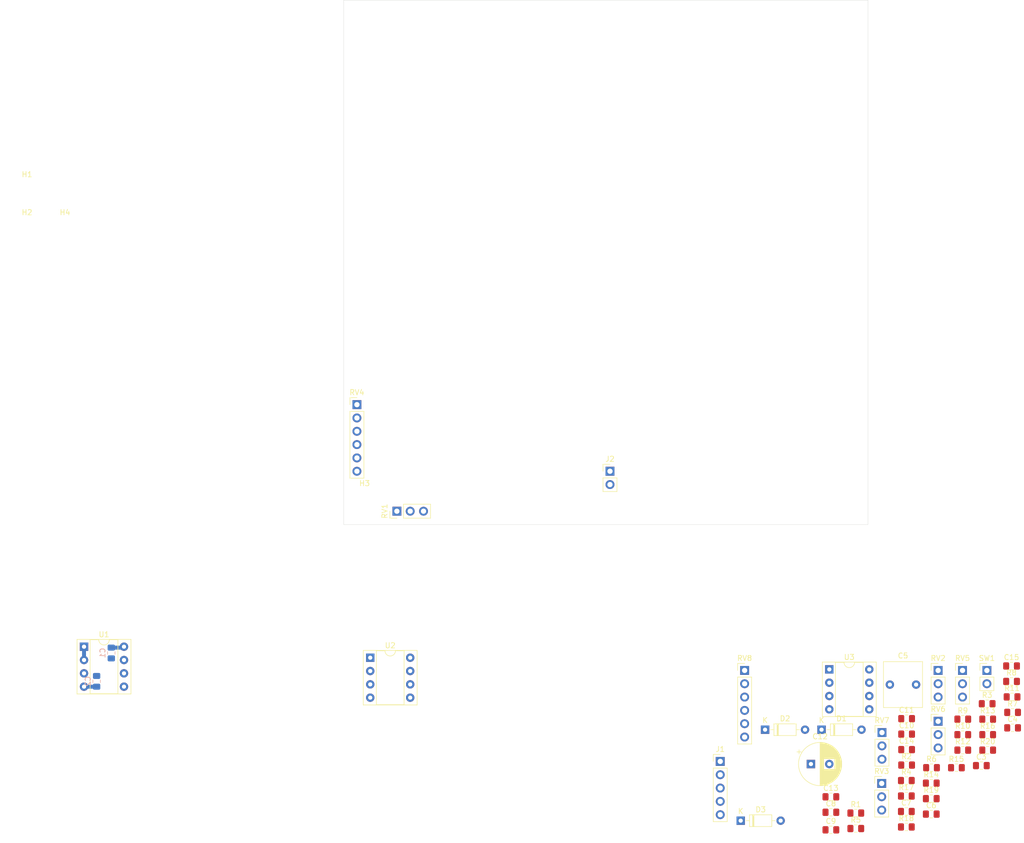
<source format=kicad_pcb>
(kicad_pcb (version 20171130) (host pcbnew "(5.1.5)-3")

  (general
    (thickness 1.6)
    (drawings 4)
    (tracks 5)
    (zones 0)
    (modules 56)
    (nets 35)
  )

  (page A4)
  (layers
    (0 F.Cu signal)
    (31 B.Cu signal)
    (32 B.Adhes user)
    (33 F.Adhes user)
    (34 B.Paste user)
    (35 F.Paste user)
    (36 B.SilkS user)
    (37 F.SilkS user)
    (38 B.Mask user)
    (39 F.Mask user)
    (40 Dwgs.User user)
    (41 Cmts.User user)
    (42 Eco1.User user)
    (43 Eco2.User user)
    (44 Edge.Cuts user)
    (45 Margin user)
    (46 B.CrtYd user)
    (47 F.CrtYd user)
    (48 B.Fab user)
    (49 F.Fab user)
  )

  (setup
    (last_trace_width 0.75)
    (user_trace_width 0.5)
    (user_trace_width 0.75)
    (user_trace_width 1)
    (user_trace_width 2)
    (trace_clearance 0.2)
    (zone_clearance 0.508)
    (zone_45_only no)
    (trace_min 0.25)
    (via_size 0.8)
    (via_drill 0.4)
    (via_min_size 0.4)
    (via_min_drill 0.3)
    (uvia_size 0.3)
    (uvia_drill 0.1)
    (uvias_allowed no)
    (uvia_min_size 0.2)
    (uvia_min_drill 0.1)
    (edge_width 0.05)
    (segment_width 0.2)
    (pcb_text_width 0.3)
    (pcb_text_size 1.5 1.5)
    (mod_edge_width 0.12)
    (mod_text_size 1 1)
    (mod_text_width 0.15)
    (pad_size 1.524 1.524)
    (pad_drill 0.762)
    (pad_to_mask_clearance 0.051)
    (solder_mask_min_width 0.25)
    (aux_axis_origin 0 0)
    (visible_elements FEFFFF7F)
    (pcbplotparams
      (layerselection 0x010fc_ffffffff)
      (usegerberextensions false)
      (usegerberattributes false)
      (usegerberadvancedattributes false)
      (creategerberjobfile false)
      (excludeedgelayer true)
      (linewidth 0.100000)
      (plotframeref false)
      (viasonmask false)
      (mode 1)
      (useauxorigin false)
      (hpglpennumber 1)
      (hpglpenspeed 20)
      (hpglpendiameter 15.000000)
      (psnegative false)
      (psa4output false)
      (plotreference true)
      (plotvalue true)
      (plotinvisibletext false)
      (padsonsilk false)
      (subtractmaskfromsilk false)
      (outputformat 1)
      (mirror false)
      (drillshape 1)
      (scaleselection 1)
      (outputdirectory ""))
  )

  (net 0 "")
  (net 1 +12V)
  (net 2 GND)
  (net 3 -12V)
  (net 4 "Net-(C5-Pad1)")
  (net 5 "Net-(C5-Pad2)")
  (net 6 "Net-(C6-Pad1)")
  (net 7 "Net-(C7-Pad2)")
  (net 8 "Net-(C7-Pad1)")
  (net 9 "Net-(C8-Pad2)")
  (net 10 "Net-(C9-Pad2)")
  (net 11 "Net-(C10-Pad1)")
  (net 12 "Net-(C10-Pad2)")
  (net 13 "Net-(C11-Pad2)")
  (net 14 "Net-(C11-Pad1)")
  (net 15 Para)
  (net 16 "Net-(C13-Pad2)")
  (net 17 "Net-(D1-Pad2)")
  (net 18 Overload)
  (net 19 FromEq)
  (net 20 IntoEQ)
  (net 21 "Net-(R2-Pad1)")
  (net 22 "Net-(R2-Pad2)")
  (net 23 "Net-(R4-Pad2)")
  (net 24 "Net-(R5-Pad2)")
  (net 25 "Net-(R6-Pad1)")
  (net 26 "Net-(R7-Pad2)")
  (net 27 "Net-(R10-Pad2)")
  (net 28 "Net-(R12-Pad2)")
  (net 29 "Net-(R12-Pad1)")
  (net 30 "Net-(R13-Pad1)")
  (net 31 "Net-(R15-Pad1)")
  (net 32 "Net-(R16-Pad2)")
  (net 33 "Net-(R17-Pad1)")
  (net 34 "Net-(R18-Pad1)")

  (net_class Default "This is the default net class."
    (clearance 0.2)
    (trace_width 0.25)
    (via_dia 0.8)
    (via_drill 0.4)
    (uvia_dia 0.3)
    (uvia_drill 0.1)
    (diff_pair_width 0.3)
    (diff_pair_gap 0.25)
    (add_net +12V)
    (add_net -12V)
    (add_net FromEq)
    (add_net GND)
    (add_net IntoEQ)
    (add_net "Net-(C10-Pad1)")
    (add_net "Net-(C10-Pad2)")
    (add_net "Net-(C11-Pad1)")
    (add_net "Net-(C11-Pad2)")
    (add_net "Net-(C13-Pad2)")
    (add_net "Net-(C5-Pad1)")
    (add_net "Net-(C5-Pad2)")
    (add_net "Net-(C6-Pad1)")
    (add_net "Net-(C7-Pad1)")
    (add_net "Net-(C7-Pad2)")
    (add_net "Net-(C8-Pad2)")
    (add_net "Net-(C9-Pad2)")
    (add_net "Net-(D1-Pad2)")
    (add_net "Net-(R10-Pad2)")
    (add_net "Net-(R12-Pad1)")
    (add_net "Net-(R12-Pad2)")
    (add_net "Net-(R13-Pad1)")
    (add_net "Net-(R15-Pad1)")
    (add_net "Net-(R16-Pad2)")
    (add_net "Net-(R17-Pad1)")
    (add_net "Net-(R18-Pad1)")
    (add_net "Net-(R2-Pad1)")
    (add_net "Net-(R2-Pad2)")
    (add_net "Net-(R4-Pad2)")
    (add_net "Net-(R5-Pad2)")
    (add_net "Net-(R6-Pad1)")
    (add_net "Net-(R7-Pad2)")
    (add_net Overload)
    (add_net Para)
  )

  (module Capacitor_SMD:C_0805_2012Metric_Pad1.15x1.40mm_HandSolder (layer B.Cu) (tedit 5B36C52B) (tstamp 5E4BA65F)
    (at -44.3 24.5 270)
    (descr "Capacitor SMD 0805 (2012 Metric), square (rectangular) end terminal, IPC_7351 nominal with elongated pad for handsoldering. (Body size source: https://docs.google.com/spreadsheets/d/1BsfQQcO9C6DZCsRaXUlFlo91Tg2WpOkGARC1WS5S8t0/edit?usp=sharing), generated with kicad-footprint-generator")
    (tags "capacitor handsolder")
    (path /5E4AEF5B)
    (attr smd)
    (fp_text reference C1 (at 0 1.65 270) (layer B.SilkS)
      (effects (font (size 1 1) (thickness 0.15)) (justify mirror))
    )
    (fp_text value 0.1uF (at 0 -1.65 270) (layer B.Fab)
      (effects (font (size 1 1) (thickness 0.15)) (justify mirror))
    )
    (fp_line (start -1 -0.6) (end -1 0.6) (layer B.Fab) (width 0.1))
    (fp_line (start -1 0.6) (end 1 0.6) (layer B.Fab) (width 0.1))
    (fp_line (start 1 0.6) (end 1 -0.6) (layer B.Fab) (width 0.1))
    (fp_line (start 1 -0.6) (end -1 -0.6) (layer B.Fab) (width 0.1))
    (fp_line (start -0.261252 0.71) (end 0.261252 0.71) (layer B.SilkS) (width 0.12))
    (fp_line (start -0.261252 -0.71) (end 0.261252 -0.71) (layer B.SilkS) (width 0.12))
    (fp_line (start -1.85 -0.95) (end -1.85 0.95) (layer B.CrtYd) (width 0.05))
    (fp_line (start -1.85 0.95) (end 1.85 0.95) (layer B.CrtYd) (width 0.05))
    (fp_line (start 1.85 0.95) (end 1.85 -0.95) (layer B.CrtYd) (width 0.05))
    (fp_line (start 1.85 -0.95) (end -1.85 -0.95) (layer B.CrtYd) (width 0.05))
    (fp_text user %R (at 0 0 270) (layer B.Fab)
      (effects (font (size 0.5 0.5) (thickness 0.08)) (justify mirror))
    )
    (pad 1 smd roundrect (at -1.025 0 270) (size 1.15 1.4) (layers B.Cu B.Paste B.Mask) (roundrect_rratio 0.217391)
      (net 1 +12V))
    (pad 2 smd roundrect (at 1.025 0 270) (size 1.15 1.4) (layers B.Cu B.Paste B.Mask) (roundrect_rratio 0.217391)
      (net 2 GND))
    (model ${KISYS3DMOD}/Capacitor_SMD.3dshapes/C_0805_2012Metric.wrl
      (at (xyz 0 0 0))
      (scale (xyz 1 1 1))
      (rotate (xyz 0 0 0))
    )
  )

  (module Capacitor_SMD:C_0805_2012Metric_Pad1.15x1.40mm_HandSolder (layer B.Cu) (tedit 5B36C52B) (tstamp 5E4BA670)
    (at -47.1 29.9 270)
    (descr "Capacitor SMD 0805 (2012 Metric), square (rectangular) end terminal, IPC_7351 nominal with elongated pad for handsoldering. (Body size source: https://docs.google.com/spreadsheets/d/1BsfQQcO9C6DZCsRaXUlFlo91Tg2WpOkGARC1WS5S8t0/edit?usp=sharing), generated with kicad-footprint-generator")
    (tags "capacitor handsolder")
    (path /5E4AF9A5)
    (attr smd)
    (fp_text reference C2 (at 0 1.65 270) (layer B.SilkS)
      (effects (font (size 1 1) (thickness 0.15)) (justify mirror))
    )
    (fp_text value 0.1uF (at 0 -1.65 270) (layer B.Fab)
      (effects (font (size 1 1) (thickness 0.15)) (justify mirror))
    )
    (fp_text user %R (at 0 0 270) (layer B.Fab)
      (effects (font (size 0.5 0.5) (thickness 0.08)) (justify mirror))
    )
    (fp_line (start 1.85 -0.95) (end -1.85 -0.95) (layer B.CrtYd) (width 0.05))
    (fp_line (start 1.85 0.95) (end 1.85 -0.95) (layer B.CrtYd) (width 0.05))
    (fp_line (start -1.85 0.95) (end 1.85 0.95) (layer B.CrtYd) (width 0.05))
    (fp_line (start -1.85 -0.95) (end -1.85 0.95) (layer B.CrtYd) (width 0.05))
    (fp_line (start -0.261252 -0.71) (end 0.261252 -0.71) (layer B.SilkS) (width 0.12))
    (fp_line (start -0.261252 0.71) (end 0.261252 0.71) (layer B.SilkS) (width 0.12))
    (fp_line (start 1 -0.6) (end -1 -0.6) (layer B.Fab) (width 0.1))
    (fp_line (start 1 0.6) (end 1 -0.6) (layer B.Fab) (width 0.1))
    (fp_line (start -1 0.6) (end 1 0.6) (layer B.Fab) (width 0.1))
    (fp_line (start -1 -0.6) (end -1 0.6) (layer B.Fab) (width 0.1))
    (pad 2 smd roundrect (at 1.025 0 270) (size 1.15 1.4) (layers B.Cu B.Paste B.Mask) (roundrect_rratio 0.217391)
      (net 3 -12V))
    (pad 1 smd roundrect (at -1.025 0 270) (size 1.15 1.4) (layers B.Cu B.Paste B.Mask) (roundrect_rratio 0.217391)
      (net 2 GND))
    (model ${KISYS3DMOD}/Capacitor_SMD.3dshapes/C_0805_2012Metric.wrl
      (at (xyz 0 0 0))
      (scale (xyz 1 1 1))
      (rotate (xyz 0 0 0))
    )
  )

  (module Capacitor_SMD:C_0805_2012Metric_Pad1.15x1.40mm_HandSolder (layer F.Cu) (tedit 5B36C52B) (tstamp 5E4BA681)
    (at 121.615001 45.975001)
    (descr "Capacitor SMD 0805 (2012 Metric), square (rectangular) end terminal, IPC_7351 nominal with elongated pad for handsoldering. (Body size source: https://docs.google.com/spreadsheets/d/1BsfQQcO9C6DZCsRaXUlFlo91Tg2WpOkGARC1WS5S8t0/edit?usp=sharing), generated with kicad-footprint-generator")
    (tags "capacitor handsolder")
    (path /5E4C6F37)
    (attr smd)
    (fp_text reference C3 (at 0 -1.65) (layer F.SilkS)
      (effects (font (size 1 1) (thickness 0.15)))
    )
    (fp_text value 0.1uF (at 0 1.65) (layer F.Fab)
      (effects (font (size 1 1) (thickness 0.15)))
    )
    (fp_line (start -1 0.6) (end -1 -0.6) (layer F.Fab) (width 0.1))
    (fp_line (start -1 -0.6) (end 1 -0.6) (layer F.Fab) (width 0.1))
    (fp_line (start 1 -0.6) (end 1 0.6) (layer F.Fab) (width 0.1))
    (fp_line (start 1 0.6) (end -1 0.6) (layer F.Fab) (width 0.1))
    (fp_line (start -0.261252 -0.71) (end 0.261252 -0.71) (layer F.SilkS) (width 0.12))
    (fp_line (start -0.261252 0.71) (end 0.261252 0.71) (layer F.SilkS) (width 0.12))
    (fp_line (start -1.85 0.95) (end -1.85 -0.95) (layer F.CrtYd) (width 0.05))
    (fp_line (start -1.85 -0.95) (end 1.85 -0.95) (layer F.CrtYd) (width 0.05))
    (fp_line (start 1.85 -0.95) (end 1.85 0.95) (layer F.CrtYd) (width 0.05))
    (fp_line (start 1.85 0.95) (end -1.85 0.95) (layer F.CrtYd) (width 0.05))
    (fp_text user %R (at 0 0) (layer F.Fab)
      (effects (font (size 0.5 0.5) (thickness 0.08)))
    )
    (pad 1 smd roundrect (at -1.025 0) (size 1.15 1.4) (layers F.Cu F.Paste F.Mask) (roundrect_rratio 0.217391)
      (net 1 +12V))
    (pad 2 smd roundrect (at 1.025 0) (size 1.15 1.4) (layers F.Cu F.Paste F.Mask) (roundrect_rratio 0.217391)
      (net 2 GND))
    (model ${KISYS3DMOD}/Capacitor_SMD.3dshapes/C_0805_2012Metric.wrl
      (at (xyz 0 0 0))
      (scale (xyz 1 1 1))
      (rotate (xyz 0 0 0))
    )
  )

  (module Capacitor_SMD:C_0805_2012Metric_Pad1.15x1.40mm_HandSolder (layer F.Cu) (tedit 5B36C52B) (tstamp 5E4BA692)
    (at 127.575001 38.775001)
    (descr "Capacitor SMD 0805 (2012 Metric), square (rectangular) end terminal, IPC_7351 nominal with elongated pad for handsoldering. (Body size source: https://docs.google.com/spreadsheets/d/1BsfQQcO9C6DZCsRaXUlFlo91Tg2WpOkGARC1WS5S8t0/edit?usp=sharing), generated with kicad-footprint-generator")
    (tags "capacitor handsolder")
    (path /5E4C6F3D)
    (attr smd)
    (fp_text reference C4 (at 0 -1.65) (layer F.SilkS)
      (effects (font (size 1 1) (thickness 0.15)))
    )
    (fp_text value 0.1uF (at 0 1.65) (layer F.Fab)
      (effects (font (size 1 1) (thickness 0.15)))
    )
    (fp_text user %R (at 0 0) (layer F.Fab)
      (effects (font (size 0.5 0.5) (thickness 0.08)))
    )
    (fp_line (start 1.85 0.95) (end -1.85 0.95) (layer F.CrtYd) (width 0.05))
    (fp_line (start 1.85 -0.95) (end 1.85 0.95) (layer F.CrtYd) (width 0.05))
    (fp_line (start -1.85 -0.95) (end 1.85 -0.95) (layer F.CrtYd) (width 0.05))
    (fp_line (start -1.85 0.95) (end -1.85 -0.95) (layer F.CrtYd) (width 0.05))
    (fp_line (start -0.261252 0.71) (end 0.261252 0.71) (layer F.SilkS) (width 0.12))
    (fp_line (start -0.261252 -0.71) (end 0.261252 -0.71) (layer F.SilkS) (width 0.12))
    (fp_line (start 1 0.6) (end -1 0.6) (layer F.Fab) (width 0.1))
    (fp_line (start 1 -0.6) (end 1 0.6) (layer F.Fab) (width 0.1))
    (fp_line (start -1 -0.6) (end 1 -0.6) (layer F.Fab) (width 0.1))
    (fp_line (start -1 0.6) (end -1 -0.6) (layer F.Fab) (width 0.1))
    (pad 2 smd roundrect (at 1.025 0) (size 1.15 1.4) (layers F.Cu F.Paste F.Mask) (roundrect_rratio 0.217391)
      (net 3 -12V))
    (pad 1 smd roundrect (at -1.025 0) (size 1.15 1.4) (layers F.Cu F.Paste F.Mask) (roundrect_rratio 0.217391)
      (net 2 GND))
    (model ${KISYS3DMOD}/Capacitor_SMD.3dshapes/C_0805_2012Metric.wrl
      (at (xyz 0 0 0))
      (scale (xyz 1 1 1))
      (rotate (xyz 0 0 0))
    )
  )

  (module Capacitor_THT:C_Rect_L7.2mm_W8.5mm_P5.00mm_FKP2_FKP2_MKS2_MKP2 (layer F.Cu) (tedit 5AE50EF0) (tstamp 5E4BA6A5)
    (at 104.175001 30.525001)
    (descr "C, Rect series, Radial, pin pitch=5.00mm, , length*width=7.2*8.5mm^2, Capacitor, http://www.wima.com/EN/WIMA_FKS_2.pdf")
    (tags "C Rect series Radial pin pitch 5.00mm  length 7.2mm width 8.5mm Capacitor")
    (path /5E4B4265)
    (fp_text reference C5 (at 2.5 -5.5) (layer F.SilkS)
      (effects (font (size 1 1) (thickness 0.15)))
    )
    (fp_text value 4.7uF (at 2.5 5.5) (layer F.Fab)
      (effects (font (size 1 1) (thickness 0.15)))
    )
    (fp_line (start -1.1 -4.25) (end -1.1 4.25) (layer F.Fab) (width 0.1))
    (fp_line (start -1.1 4.25) (end 6.1 4.25) (layer F.Fab) (width 0.1))
    (fp_line (start 6.1 4.25) (end 6.1 -4.25) (layer F.Fab) (width 0.1))
    (fp_line (start 6.1 -4.25) (end -1.1 -4.25) (layer F.Fab) (width 0.1))
    (fp_line (start -1.22 -4.37) (end 6.22 -4.37) (layer F.SilkS) (width 0.12))
    (fp_line (start -1.22 4.37) (end 6.22 4.37) (layer F.SilkS) (width 0.12))
    (fp_line (start -1.22 -4.37) (end -1.22 4.37) (layer F.SilkS) (width 0.12))
    (fp_line (start 6.22 -4.37) (end 6.22 4.37) (layer F.SilkS) (width 0.12))
    (fp_line (start -1.35 -4.5) (end -1.35 4.5) (layer F.CrtYd) (width 0.05))
    (fp_line (start -1.35 4.5) (end 6.35 4.5) (layer F.CrtYd) (width 0.05))
    (fp_line (start 6.35 4.5) (end 6.35 -4.5) (layer F.CrtYd) (width 0.05))
    (fp_line (start 6.35 -4.5) (end -1.35 -4.5) (layer F.CrtYd) (width 0.05))
    (fp_text user %R (at 2.5 0) (layer F.Fab)
      (effects (font (size 1 1) (thickness 0.15)))
    )
    (pad 1 thru_hole circle (at 0 0) (size 1.6 1.6) (drill 0.8) (layers *.Cu *.Mask)
      (net 4 "Net-(C5-Pad1)"))
    (pad 2 thru_hole circle (at 5 0) (size 1.6 1.6) (drill 0.8) (layers *.Cu *.Mask)
      (net 5 "Net-(C5-Pad2)"))
    (model ${KISYS3DMOD}/Capacitor_THT.3dshapes/C_Rect_L7.2mm_W8.5mm_P5.00mm_FKP2_FKP2_MKS2_MKP2.wrl
      (at (xyz 0 0 0))
      (scale (xyz 1 1 1))
      (rotate (xyz 0 0 0))
    )
  )

  (module Capacitor_SMD:C_0805_2012Metric_Pad1.15x1.40mm_HandSolder (layer F.Cu) (tedit 5B36C52B) (tstamp 5E4BA6B6)
    (at 112.065001 55.225001)
    (descr "Capacitor SMD 0805 (2012 Metric), square (rectangular) end terminal, IPC_7351 nominal with elongated pad for handsoldering. (Body size source: https://docs.google.com/spreadsheets/d/1BsfQQcO9C6DZCsRaXUlFlo91Tg2WpOkGARC1WS5S8t0/edit?usp=sharing), generated with kicad-footprint-generator")
    (tags "capacitor handsolder")
    (path /5E4B9B55)
    (attr smd)
    (fp_text reference C6 (at 0 -1.65) (layer F.SilkS)
      (effects (font (size 1 1) (thickness 0.15)))
    )
    (fp_text value 47nF (at 0 1.65) (layer F.Fab)
      (effects (font (size 1 1) (thickness 0.15)))
    )
    (fp_text user %R (at 0 0) (layer F.Fab)
      (effects (font (size 0.5 0.5) (thickness 0.08)))
    )
    (fp_line (start 1.85 0.95) (end -1.85 0.95) (layer F.CrtYd) (width 0.05))
    (fp_line (start 1.85 -0.95) (end 1.85 0.95) (layer F.CrtYd) (width 0.05))
    (fp_line (start -1.85 -0.95) (end 1.85 -0.95) (layer F.CrtYd) (width 0.05))
    (fp_line (start -1.85 0.95) (end -1.85 -0.95) (layer F.CrtYd) (width 0.05))
    (fp_line (start -0.261252 0.71) (end 0.261252 0.71) (layer F.SilkS) (width 0.12))
    (fp_line (start -0.261252 -0.71) (end 0.261252 -0.71) (layer F.SilkS) (width 0.12))
    (fp_line (start 1 0.6) (end -1 0.6) (layer F.Fab) (width 0.1))
    (fp_line (start 1 -0.6) (end 1 0.6) (layer F.Fab) (width 0.1))
    (fp_line (start -1 -0.6) (end 1 -0.6) (layer F.Fab) (width 0.1))
    (fp_line (start -1 0.6) (end -1 -0.6) (layer F.Fab) (width 0.1))
    (pad 2 smd roundrect (at 1.025 0) (size 1.15 1.4) (layers F.Cu F.Paste F.Mask) (roundrect_rratio 0.217391)
      (net 4 "Net-(C5-Pad1)"))
    (pad 1 smd roundrect (at -1.025 0) (size 1.15 1.4) (layers F.Cu F.Paste F.Mask) (roundrect_rratio 0.217391)
      (net 6 "Net-(C6-Pad1)"))
    (model ${KISYS3DMOD}/Capacitor_SMD.3dshapes/C_0805_2012Metric.wrl
      (at (xyz 0 0 0))
      (scale (xyz 1 1 1))
      (rotate (xyz 0 0 0))
    )
  )

  (module Capacitor_SMD:C_0805_2012Metric_Pad1.15x1.40mm_HandSolder (layer F.Cu) (tedit 5B36C52B) (tstamp 5E4BA6C7)
    (at 107.315001 54.725001)
    (descr "Capacitor SMD 0805 (2012 Metric), square (rectangular) end terminal, IPC_7351 nominal with elongated pad for handsoldering. (Body size source: https://docs.google.com/spreadsheets/d/1BsfQQcO9C6DZCsRaXUlFlo91Tg2WpOkGARC1WS5S8t0/edit?usp=sharing), generated with kicad-footprint-generator")
    (tags "capacitor handsolder")
    (path /5E54E904)
    (attr smd)
    (fp_text reference C7 (at 0 -1.65) (layer F.SilkS)
      (effects (font (size 1 1) (thickness 0.15)))
    )
    (fp_text value 22nF (at 0 1.65) (layer F.Fab)
      (effects (font (size 1 1) (thickness 0.15)))
    )
    (fp_text user %R (at 0 0) (layer F.Fab)
      (effects (font (size 0.5 0.5) (thickness 0.08)))
    )
    (fp_line (start 1.85 0.95) (end -1.85 0.95) (layer F.CrtYd) (width 0.05))
    (fp_line (start 1.85 -0.95) (end 1.85 0.95) (layer F.CrtYd) (width 0.05))
    (fp_line (start -1.85 -0.95) (end 1.85 -0.95) (layer F.CrtYd) (width 0.05))
    (fp_line (start -1.85 0.95) (end -1.85 -0.95) (layer F.CrtYd) (width 0.05))
    (fp_line (start -0.261252 0.71) (end 0.261252 0.71) (layer F.SilkS) (width 0.12))
    (fp_line (start -0.261252 -0.71) (end 0.261252 -0.71) (layer F.SilkS) (width 0.12))
    (fp_line (start 1 0.6) (end -1 0.6) (layer F.Fab) (width 0.1))
    (fp_line (start 1 -0.6) (end 1 0.6) (layer F.Fab) (width 0.1))
    (fp_line (start -1 -0.6) (end 1 -0.6) (layer F.Fab) (width 0.1))
    (fp_line (start -1 0.6) (end -1 -0.6) (layer F.Fab) (width 0.1))
    (pad 2 smd roundrect (at 1.025 0) (size 1.15 1.4) (layers F.Cu F.Paste F.Mask) (roundrect_rratio 0.217391)
      (net 7 "Net-(C7-Pad2)"))
    (pad 1 smd roundrect (at -1.025 0) (size 1.15 1.4) (layers F.Cu F.Paste F.Mask) (roundrect_rratio 0.217391)
      (net 8 "Net-(C7-Pad1)"))
    (model ${KISYS3DMOD}/Capacitor_SMD.3dshapes/C_0805_2012Metric.wrl
      (at (xyz 0 0 0))
      (scale (xyz 1 1 1))
      (rotate (xyz 0 0 0))
    )
  )

  (module Capacitor_SMD:C_0805_2012Metric_Pad1.15x1.40mm_HandSolder (layer F.Cu) (tedit 5B36C52B) (tstamp 5E4BA6D8)
    (at 92.925001 54.875001)
    (descr "Capacitor SMD 0805 (2012 Metric), square (rectangular) end terminal, IPC_7351 nominal with elongated pad for handsoldering. (Body size source: https://docs.google.com/spreadsheets/d/1BsfQQcO9C6DZCsRaXUlFlo91Tg2WpOkGARC1WS5S8t0/edit?usp=sharing), generated with kicad-footprint-generator")
    (tags "capacitor handsolder")
    (path /5E5740FF)
    (attr smd)
    (fp_text reference C8 (at 0 -1.65) (layer F.SilkS)
      (effects (font (size 1 1) (thickness 0.15)))
    )
    (fp_text value 22nF (at 0 1.65) (layer F.Fab)
      (effects (font (size 1 1) (thickness 0.15)))
    )
    (fp_line (start -1 0.6) (end -1 -0.6) (layer F.Fab) (width 0.1))
    (fp_line (start -1 -0.6) (end 1 -0.6) (layer F.Fab) (width 0.1))
    (fp_line (start 1 -0.6) (end 1 0.6) (layer F.Fab) (width 0.1))
    (fp_line (start 1 0.6) (end -1 0.6) (layer F.Fab) (width 0.1))
    (fp_line (start -0.261252 -0.71) (end 0.261252 -0.71) (layer F.SilkS) (width 0.12))
    (fp_line (start -0.261252 0.71) (end 0.261252 0.71) (layer F.SilkS) (width 0.12))
    (fp_line (start -1.85 0.95) (end -1.85 -0.95) (layer F.CrtYd) (width 0.05))
    (fp_line (start -1.85 -0.95) (end 1.85 -0.95) (layer F.CrtYd) (width 0.05))
    (fp_line (start 1.85 -0.95) (end 1.85 0.95) (layer F.CrtYd) (width 0.05))
    (fp_line (start 1.85 0.95) (end -1.85 0.95) (layer F.CrtYd) (width 0.05))
    (fp_text user %R (at 0 0) (layer F.Fab)
      (effects (font (size 0.5 0.5) (thickness 0.08)))
    )
    (pad 1 smd roundrect (at -1.025 0) (size 1.15 1.4) (layers F.Cu F.Paste F.Mask) (roundrect_rratio 0.217391)
      (net 2 GND))
    (pad 2 smd roundrect (at 1.025 0) (size 1.15 1.4) (layers F.Cu F.Paste F.Mask) (roundrect_rratio 0.217391)
      (net 9 "Net-(C8-Pad2)"))
    (model ${KISYS3DMOD}/Capacitor_SMD.3dshapes/C_0805_2012Metric.wrl
      (at (xyz 0 0 0))
      (scale (xyz 1 1 1))
      (rotate (xyz 0 0 0))
    )
  )

  (module Capacitor_SMD:C_0805_2012Metric_Pad1.15x1.40mm_HandSolder (layer F.Cu) (tedit 5B36C52B) (tstamp 5E4BA6E9)
    (at 92.925001 58.225001)
    (descr "Capacitor SMD 0805 (2012 Metric), square (rectangular) end terminal, IPC_7351 nominal with elongated pad for handsoldering. (Body size source: https://docs.google.com/spreadsheets/d/1BsfQQcO9C6DZCsRaXUlFlo91Tg2WpOkGARC1WS5S8t0/edit?usp=sharing), generated with kicad-footprint-generator")
    (tags "capacitor handsolder")
    (path /5E50F431)
    (attr smd)
    (fp_text reference C9 (at 0 -1.65) (layer F.SilkS)
      (effects (font (size 1 1) (thickness 0.15)))
    )
    (fp_text value 1nF (at 0 1.65) (layer F.Fab)
      (effects (font (size 1 1) (thickness 0.15)))
    )
    (fp_line (start -1 0.6) (end -1 -0.6) (layer F.Fab) (width 0.1))
    (fp_line (start -1 -0.6) (end 1 -0.6) (layer F.Fab) (width 0.1))
    (fp_line (start 1 -0.6) (end 1 0.6) (layer F.Fab) (width 0.1))
    (fp_line (start 1 0.6) (end -1 0.6) (layer F.Fab) (width 0.1))
    (fp_line (start -0.261252 -0.71) (end 0.261252 -0.71) (layer F.SilkS) (width 0.12))
    (fp_line (start -0.261252 0.71) (end 0.261252 0.71) (layer F.SilkS) (width 0.12))
    (fp_line (start -1.85 0.95) (end -1.85 -0.95) (layer F.CrtYd) (width 0.05))
    (fp_line (start -1.85 -0.95) (end 1.85 -0.95) (layer F.CrtYd) (width 0.05))
    (fp_line (start 1.85 -0.95) (end 1.85 0.95) (layer F.CrtYd) (width 0.05))
    (fp_line (start 1.85 0.95) (end -1.85 0.95) (layer F.CrtYd) (width 0.05))
    (fp_text user %R (at 0 0) (layer F.Fab)
      (effects (font (size 0.5 0.5) (thickness 0.08)))
    )
    (pad 1 smd roundrect (at -1.025 0) (size 1.15 1.4) (layers F.Cu F.Paste F.Mask) (roundrect_rratio 0.217391)
      (net 2 GND))
    (pad 2 smd roundrect (at 1.025 0) (size 1.15 1.4) (layers F.Cu F.Paste F.Mask) (roundrect_rratio 0.217391)
      (net 10 "Net-(C9-Pad2)"))
    (model ${KISYS3DMOD}/Capacitor_SMD.3dshapes/C_0805_2012Metric.wrl
      (at (xyz 0 0 0))
      (scale (xyz 1 1 1))
      (rotate (xyz 0 0 0))
    )
  )

  (module Capacitor_SMD:C_0805_2012Metric_Pad1.15x1.40mm_HandSolder (layer F.Cu) (tedit 5B36C52B) (tstamp 5E4BA6FA)
    (at 107.365001 39.975001)
    (descr "Capacitor SMD 0805 (2012 Metric), square (rectangular) end terminal, IPC_7351 nominal with elongated pad for handsoldering. (Body size source: https://docs.google.com/spreadsheets/d/1BsfQQcO9C6DZCsRaXUlFlo91Tg2WpOkGARC1WS5S8t0/edit?usp=sharing), generated with kicad-footprint-generator")
    (tags "capacitor handsolder")
    (path /5E4E7ACA)
    (attr smd)
    (fp_text reference C10 (at 0 -1.65) (layer F.SilkS)
      (effects (font (size 1 1) (thickness 0.15)))
    )
    (fp_text value 220p (at 0 1.65) (layer F.Fab)
      (effects (font (size 1 1) (thickness 0.15)))
    )
    (fp_line (start -1 0.6) (end -1 -0.6) (layer F.Fab) (width 0.1))
    (fp_line (start -1 -0.6) (end 1 -0.6) (layer F.Fab) (width 0.1))
    (fp_line (start 1 -0.6) (end 1 0.6) (layer F.Fab) (width 0.1))
    (fp_line (start 1 0.6) (end -1 0.6) (layer F.Fab) (width 0.1))
    (fp_line (start -0.261252 -0.71) (end 0.261252 -0.71) (layer F.SilkS) (width 0.12))
    (fp_line (start -0.261252 0.71) (end 0.261252 0.71) (layer F.SilkS) (width 0.12))
    (fp_line (start -1.85 0.95) (end -1.85 -0.95) (layer F.CrtYd) (width 0.05))
    (fp_line (start -1.85 -0.95) (end 1.85 -0.95) (layer F.CrtYd) (width 0.05))
    (fp_line (start 1.85 -0.95) (end 1.85 0.95) (layer F.CrtYd) (width 0.05))
    (fp_line (start 1.85 0.95) (end -1.85 0.95) (layer F.CrtYd) (width 0.05))
    (fp_text user %R (at 0 0) (layer F.Fab)
      (effects (font (size 0.5 0.5) (thickness 0.08)))
    )
    (pad 1 smd roundrect (at -1.025 0) (size 1.15 1.4) (layers F.Cu F.Paste F.Mask) (roundrect_rratio 0.217391)
      (net 11 "Net-(C10-Pad1)"))
    (pad 2 smd roundrect (at 1.025 0) (size 1.15 1.4) (layers F.Cu F.Paste F.Mask) (roundrect_rratio 0.217391)
      (net 12 "Net-(C10-Pad2)"))
    (model ${KISYS3DMOD}/Capacitor_SMD.3dshapes/C_0805_2012Metric.wrl
      (at (xyz 0 0 0))
      (scale (xyz 1 1 1))
      (rotate (xyz 0 0 0))
    )
  )

  (module Capacitor_SMD:C_0805_2012Metric_Pad1.15x1.40mm_HandSolder (layer F.Cu) (tedit 5B36C52B) (tstamp 5E4BA70B)
    (at 107.365001 37.025001)
    (descr "Capacitor SMD 0805 (2012 Metric), square (rectangular) end terminal, IPC_7351 nominal with elongated pad for handsoldering. (Body size source: https://docs.google.com/spreadsheets/d/1BsfQQcO9C6DZCsRaXUlFlo91Tg2WpOkGARC1WS5S8t0/edit?usp=sharing), generated with kicad-footprint-generator")
    (tags "capacitor handsolder")
    (path /5E6053D1)
    (attr smd)
    (fp_text reference C11 (at 0 -1.65) (layer F.SilkS)
      (effects (font (size 1 1) (thickness 0.15)))
    )
    (fp_text value 4.7nF (at 0 1.65) (layer F.Fab)
      (effects (font (size 1 1) (thickness 0.15)))
    )
    (fp_text user %R (at 0 0) (layer F.Fab)
      (effects (font (size 0.5 0.5) (thickness 0.08)))
    )
    (fp_line (start 1.85 0.95) (end -1.85 0.95) (layer F.CrtYd) (width 0.05))
    (fp_line (start 1.85 -0.95) (end 1.85 0.95) (layer F.CrtYd) (width 0.05))
    (fp_line (start -1.85 -0.95) (end 1.85 -0.95) (layer F.CrtYd) (width 0.05))
    (fp_line (start -1.85 0.95) (end -1.85 -0.95) (layer F.CrtYd) (width 0.05))
    (fp_line (start -0.261252 0.71) (end 0.261252 0.71) (layer F.SilkS) (width 0.12))
    (fp_line (start -0.261252 -0.71) (end 0.261252 -0.71) (layer F.SilkS) (width 0.12))
    (fp_line (start 1 0.6) (end -1 0.6) (layer F.Fab) (width 0.1))
    (fp_line (start 1 -0.6) (end 1 0.6) (layer F.Fab) (width 0.1))
    (fp_line (start -1 -0.6) (end 1 -0.6) (layer F.Fab) (width 0.1))
    (fp_line (start -1 0.6) (end -1 -0.6) (layer F.Fab) (width 0.1))
    (pad 2 smd roundrect (at 1.025 0) (size 1.15 1.4) (layers F.Cu F.Paste F.Mask) (roundrect_rratio 0.217391)
      (net 13 "Net-(C11-Pad2)"))
    (pad 1 smd roundrect (at -1.025 0) (size 1.15 1.4) (layers F.Cu F.Paste F.Mask) (roundrect_rratio 0.217391)
      (net 14 "Net-(C11-Pad1)"))
    (model ${KISYS3DMOD}/Capacitor_SMD.3dshapes/C_0805_2012Metric.wrl
      (at (xyz 0 0 0))
      (scale (xyz 1 1 1))
      (rotate (xyz 0 0 0))
    )
  )

  (module Capacitor_THT:CP_Radial_D8.0mm_P3.50mm (layer F.Cu) (tedit 5AE50EF0) (tstamp 5E4BA7B4)
    (at 89.119699 45.675001)
    (descr "CP, Radial series, Radial, pin pitch=3.50mm, , diameter=8mm, Electrolytic Capacitor")
    (tags "CP Radial series Radial pin pitch 3.50mm  diameter 8mm Electrolytic Capacitor")
    (path /5E4E549E)
    (fp_text reference C12 (at 1.75 -5.25) (layer F.SilkS)
      (effects (font (size 1 1) (thickness 0.15)))
    )
    (fp_text value "100uF 50V" (at 1.75 5.25) (layer F.Fab)
      (effects (font (size 1 1) (thickness 0.15)))
    )
    (fp_circle (center 1.75 0) (end 5.75 0) (layer F.Fab) (width 0.1))
    (fp_circle (center 1.75 0) (end 5.87 0) (layer F.SilkS) (width 0.12))
    (fp_circle (center 1.75 0) (end 6 0) (layer F.CrtYd) (width 0.05))
    (fp_line (start -1.676759 -1.7475) (end -0.876759 -1.7475) (layer F.Fab) (width 0.1))
    (fp_line (start -1.276759 -2.1475) (end -1.276759 -1.3475) (layer F.Fab) (width 0.1))
    (fp_line (start 1.75 -4.08) (end 1.75 4.08) (layer F.SilkS) (width 0.12))
    (fp_line (start 1.79 -4.08) (end 1.79 4.08) (layer F.SilkS) (width 0.12))
    (fp_line (start 1.83 -4.08) (end 1.83 4.08) (layer F.SilkS) (width 0.12))
    (fp_line (start 1.87 -4.079) (end 1.87 4.079) (layer F.SilkS) (width 0.12))
    (fp_line (start 1.91 -4.077) (end 1.91 4.077) (layer F.SilkS) (width 0.12))
    (fp_line (start 1.95 -4.076) (end 1.95 4.076) (layer F.SilkS) (width 0.12))
    (fp_line (start 1.99 -4.074) (end 1.99 4.074) (layer F.SilkS) (width 0.12))
    (fp_line (start 2.03 -4.071) (end 2.03 4.071) (layer F.SilkS) (width 0.12))
    (fp_line (start 2.07 -4.068) (end 2.07 4.068) (layer F.SilkS) (width 0.12))
    (fp_line (start 2.11 -4.065) (end 2.11 4.065) (layer F.SilkS) (width 0.12))
    (fp_line (start 2.15 -4.061) (end 2.15 4.061) (layer F.SilkS) (width 0.12))
    (fp_line (start 2.19 -4.057) (end 2.19 4.057) (layer F.SilkS) (width 0.12))
    (fp_line (start 2.23 -4.052) (end 2.23 4.052) (layer F.SilkS) (width 0.12))
    (fp_line (start 2.27 -4.048) (end 2.27 4.048) (layer F.SilkS) (width 0.12))
    (fp_line (start 2.31 -4.042) (end 2.31 4.042) (layer F.SilkS) (width 0.12))
    (fp_line (start 2.35 -4.037) (end 2.35 4.037) (layer F.SilkS) (width 0.12))
    (fp_line (start 2.39 -4.03) (end 2.39 4.03) (layer F.SilkS) (width 0.12))
    (fp_line (start 2.43 -4.024) (end 2.43 4.024) (layer F.SilkS) (width 0.12))
    (fp_line (start 2.471 -4.017) (end 2.471 -1.04) (layer F.SilkS) (width 0.12))
    (fp_line (start 2.471 1.04) (end 2.471 4.017) (layer F.SilkS) (width 0.12))
    (fp_line (start 2.511 -4.01) (end 2.511 -1.04) (layer F.SilkS) (width 0.12))
    (fp_line (start 2.511 1.04) (end 2.511 4.01) (layer F.SilkS) (width 0.12))
    (fp_line (start 2.551 -4.002) (end 2.551 -1.04) (layer F.SilkS) (width 0.12))
    (fp_line (start 2.551 1.04) (end 2.551 4.002) (layer F.SilkS) (width 0.12))
    (fp_line (start 2.591 -3.994) (end 2.591 -1.04) (layer F.SilkS) (width 0.12))
    (fp_line (start 2.591 1.04) (end 2.591 3.994) (layer F.SilkS) (width 0.12))
    (fp_line (start 2.631 -3.985) (end 2.631 -1.04) (layer F.SilkS) (width 0.12))
    (fp_line (start 2.631 1.04) (end 2.631 3.985) (layer F.SilkS) (width 0.12))
    (fp_line (start 2.671 -3.976) (end 2.671 -1.04) (layer F.SilkS) (width 0.12))
    (fp_line (start 2.671 1.04) (end 2.671 3.976) (layer F.SilkS) (width 0.12))
    (fp_line (start 2.711 -3.967) (end 2.711 -1.04) (layer F.SilkS) (width 0.12))
    (fp_line (start 2.711 1.04) (end 2.711 3.967) (layer F.SilkS) (width 0.12))
    (fp_line (start 2.751 -3.957) (end 2.751 -1.04) (layer F.SilkS) (width 0.12))
    (fp_line (start 2.751 1.04) (end 2.751 3.957) (layer F.SilkS) (width 0.12))
    (fp_line (start 2.791 -3.947) (end 2.791 -1.04) (layer F.SilkS) (width 0.12))
    (fp_line (start 2.791 1.04) (end 2.791 3.947) (layer F.SilkS) (width 0.12))
    (fp_line (start 2.831 -3.936) (end 2.831 -1.04) (layer F.SilkS) (width 0.12))
    (fp_line (start 2.831 1.04) (end 2.831 3.936) (layer F.SilkS) (width 0.12))
    (fp_line (start 2.871 -3.925) (end 2.871 -1.04) (layer F.SilkS) (width 0.12))
    (fp_line (start 2.871 1.04) (end 2.871 3.925) (layer F.SilkS) (width 0.12))
    (fp_line (start 2.911 -3.914) (end 2.911 -1.04) (layer F.SilkS) (width 0.12))
    (fp_line (start 2.911 1.04) (end 2.911 3.914) (layer F.SilkS) (width 0.12))
    (fp_line (start 2.951 -3.902) (end 2.951 -1.04) (layer F.SilkS) (width 0.12))
    (fp_line (start 2.951 1.04) (end 2.951 3.902) (layer F.SilkS) (width 0.12))
    (fp_line (start 2.991 -3.889) (end 2.991 -1.04) (layer F.SilkS) (width 0.12))
    (fp_line (start 2.991 1.04) (end 2.991 3.889) (layer F.SilkS) (width 0.12))
    (fp_line (start 3.031 -3.877) (end 3.031 -1.04) (layer F.SilkS) (width 0.12))
    (fp_line (start 3.031 1.04) (end 3.031 3.877) (layer F.SilkS) (width 0.12))
    (fp_line (start 3.071 -3.863) (end 3.071 -1.04) (layer F.SilkS) (width 0.12))
    (fp_line (start 3.071 1.04) (end 3.071 3.863) (layer F.SilkS) (width 0.12))
    (fp_line (start 3.111 -3.85) (end 3.111 -1.04) (layer F.SilkS) (width 0.12))
    (fp_line (start 3.111 1.04) (end 3.111 3.85) (layer F.SilkS) (width 0.12))
    (fp_line (start 3.151 -3.835) (end 3.151 -1.04) (layer F.SilkS) (width 0.12))
    (fp_line (start 3.151 1.04) (end 3.151 3.835) (layer F.SilkS) (width 0.12))
    (fp_line (start 3.191 -3.821) (end 3.191 -1.04) (layer F.SilkS) (width 0.12))
    (fp_line (start 3.191 1.04) (end 3.191 3.821) (layer F.SilkS) (width 0.12))
    (fp_line (start 3.231 -3.805) (end 3.231 -1.04) (layer F.SilkS) (width 0.12))
    (fp_line (start 3.231 1.04) (end 3.231 3.805) (layer F.SilkS) (width 0.12))
    (fp_line (start 3.271 -3.79) (end 3.271 -1.04) (layer F.SilkS) (width 0.12))
    (fp_line (start 3.271 1.04) (end 3.271 3.79) (layer F.SilkS) (width 0.12))
    (fp_line (start 3.311 -3.774) (end 3.311 -1.04) (layer F.SilkS) (width 0.12))
    (fp_line (start 3.311 1.04) (end 3.311 3.774) (layer F.SilkS) (width 0.12))
    (fp_line (start 3.351 -3.757) (end 3.351 -1.04) (layer F.SilkS) (width 0.12))
    (fp_line (start 3.351 1.04) (end 3.351 3.757) (layer F.SilkS) (width 0.12))
    (fp_line (start 3.391 -3.74) (end 3.391 -1.04) (layer F.SilkS) (width 0.12))
    (fp_line (start 3.391 1.04) (end 3.391 3.74) (layer F.SilkS) (width 0.12))
    (fp_line (start 3.431 -3.722) (end 3.431 -1.04) (layer F.SilkS) (width 0.12))
    (fp_line (start 3.431 1.04) (end 3.431 3.722) (layer F.SilkS) (width 0.12))
    (fp_line (start 3.471 -3.704) (end 3.471 -1.04) (layer F.SilkS) (width 0.12))
    (fp_line (start 3.471 1.04) (end 3.471 3.704) (layer F.SilkS) (width 0.12))
    (fp_line (start 3.511 -3.686) (end 3.511 -1.04) (layer F.SilkS) (width 0.12))
    (fp_line (start 3.511 1.04) (end 3.511 3.686) (layer F.SilkS) (width 0.12))
    (fp_line (start 3.551 -3.666) (end 3.551 -1.04) (layer F.SilkS) (width 0.12))
    (fp_line (start 3.551 1.04) (end 3.551 3.666) (layer F.SilkS) (width 0.12))
    (fp_line (start 3.591 -3.647) (end 3.591 -1.04) (layer F.SilkS) (width 0.12))
    (fp_line (start 3.591 1.04) (end 3.591 3.647) (layer F.SilkS) (width 0.12))
    (fp_line (start 3.631 -3.627) (end 3.631 -1.04) (layer F.SilkS) (width 0.12))
    (fp_line (start 3.631 1.04) (end 3.631 3.627) (layer F.SilkS) (width 0.12))
    (fp_line (start 3.671 -3.606) (end 3.671 -1.04) (layer F.SilkS) (width 0.12))
    (fp_line (start 3.671 1.04) (end 3.671 3.606) (layer F.SilkS) (width 0.12))
    (fp_line (start 3.711 -3.584) (end 3.711 -1.04) (layer F.SilkS) (width 0.12))
    (fp_line (start 3.711 1.04) (end 3.711 3.584) (layer F.SilkS) (width 0.12))
    (fp_line (start 3.751 -3.562) (end 3.751 -1.04) (layer F.SilkS) (width 0.12))
    (fp_line (start 3.751 1.04) (end 3.751 3.562) (layer F.SilkS) (width 0.12))
    (fp_line (start 3.791 -3.54) (end 3.791 -1.04) (layer F.SilkS) (width 0.12))
    (fp_line (start 3.791 1.04) (end 3.791 3.54) (layer F.SilkS) (width 0.12))
    (fp_line (start 3.831 -3.517) (end 3.831 -1.04) (layer F.SilkS) (width 0.12))
    (fp_line (start 3.831 1.04) (end 3.831 3.517) (layer F.SilkS) (width 0.12))
    (fp_line (start 3.871 -3.493) (end 3.871 -1.04) (layer F.SilkS) (width 0.12))
    (fp_line (start 3.871 1.04) (end 3.871 3.493) (layer F.SilkS) (width 0.12))
    (fp_line (start 3.911 -3.469) (end 3.911 -1.04) (layer F.SilkS) (width 0.12))
    (fp_line (start 3.911 1.04) (end 3.911 3.469) (layer F.SilkS) (width 0.12))
    (fp_line (start 3.951 -3.444) (end 3.951 -1.04) (layer F.SilkS) (width 0.12))
    (fp_line (start 3.951 1.04) (end 3.951 3.444) (layer F.SilkS) (width 0.12))
    (fp_line (start 3.991 -3.418) (end 3.991 -1.04) (layer F.SilkS) (width 0.12))
    (fp_line (start 3.991 1.04) (end 3.991 3.418) (layer F.SilkS) (width 0.12))
    (fp_line (start 4.031 -3.392) (end 4.031 -1.04) (layer F.SilkS) (width 0.12))
    (fp_line (start 4.031 1.04) (end 4.031 3.392) (layer F.SilkS) (width 0.12))
    (fp_line (start 4.071 -3.365) (end 4.071 -1.04) (layer F.SilkS) (width 0.12))
    (fp_line (start 4.071 1.04) (end 4.071 3.365) (layer F.SilkS) (width 0.12))
    (fp_line (start 4.111 -3.338) (end 4.111 -1.04) (layer F.SilkS) (width 0.12))
    (fp_line (start 4.111 1.04) (end 4.111 3.338) (layer F.SilkS) (width 0.12))
    (fp_line (start 4.151 -3.309) (end 4.151 -1.04) (layer F.SilkS) (width 0.12))
    (fp_line (start 4.151 1.04) (end 4.151 3.309) (layer F.SilkS) (width 0.12))
    (fp_line (start 4.191 -3.28) (end 4.191 -1.04) (layer F.SilkS) (width 0.12))
    (fp_line (start 4.191 1.04) (end 4.191 3.28) (layer F.SilkS) (width 0.12))
    (fp_line (start 4.231 -3.25) (end 4.231 -1.04) (layer F.SilkS) (width 0.12))
    (fp_line (start 4.231 1.04) (end 4.231 3.25) (layer F.SilkS) (width 0.12))
    (fp_line (start 4.271 -3.22) (end 4.271 -1.04) (layer F.SilkS) (width 0.12))
    (fp_line (start 4.271 1.04) (end 4.271 3.22) (layer F.SilkS) (width 0.12))
    (fp_line (start 4.311 -3.189) (end 4.311 -1.04) (layer F.SilkS) (width 0.12))
    (fp_line (start 4.311 1.04) (end 4.311 3.189) (layer F.SilkS) (width 0.12))
    (fp_line (start 4.351 -3.156) (end 4.351 -1.04) (layer F.SilkS) (width 0.12))
    (fp_line (start 4.351 1.04) (end 4.351 3.156) (layer F.SilkS) (width 0.12))
    (fp_line (start 4.391 -3.124) (end 4.391 -1.04) (layer F.SilkS) (width 0.12))
    (fp_line (start 4.391 1.04) (end 4.391 3.124) (layer F.SilkS) (width 0.12))
    (fp_line (start 4.431 -3.09) (end 4.431 -1.04) (layer F.SilkS) (width 0.12))
    (fp_line (start 4.431 1.04) (end 4.431 3.09) (layer F.SilkS) (width 0.12))
    (fp_line (start 4.471 -3.055) (end 4.471 -1.04) (layer F.SilkS) (width 0.12))
    (fp_line (start 4.471 1.04) (end 4.471 3.055) (layer F.SilkS) (width 0.12))
    (fp_line (start 4.511 -3.019) (end 4.511 -1.04) (layer F.SilkS) (width 0.12))
    (fp_line (start 4.511 1.04) (end 4.511 3.019) (layer F.SilkS) (width 0.12))
    (fp_line (start 4.551 -2.983) (end 4.551 2.983) (layer F.SilkS) (width 0.12))
    (fp_line (start 4.591 -2.945) (end 4.591 2.945) (layer F.SilkS) (width 0.12))
    (fp_line (start 4.631 -2.907) (end 4.631 2.907) (layer F.SilkS) (width 0.12))
    (fp_line (start 4.671 -2.867) (end 4.671 2.867) (layer F.SilkS) (width 0.12))
    (fp_line (start 4.711 -2.826) (end 4.711 2.826) (layer F.SilkS) (width 0.12))
    (fp_line (start 4.751 -2.784) (end 4.751 2.784) (layer F.SilkS) (width 0.12))
    (fp_line (start 4.791 -2.741) (end 4.791 2.741) (layer F.SilkS) (width 0.12))
    (fp_line (start 4.831 -2.697) (end 4.831 2.697) (layer F.SilkS) (width 0.12))
    (fp_line (start 4.871 -2.651) (end 4.871 2.651) (layer F.SilkS) (width 0.12))
    (fp_line (start 4.911 -2.604) (end 4.911 2.604) (layer F.SilkS) (width 0.12))
    (fp_line (start 4.951 -2.556) (end 4.951 2.556) (layer F.SilkS) (width 0.12))
    (fp_line (start 4.991 -2.505) (end 4.991 2.505) (layer F.SilkS) (width 0.12))
    (fp_line (start 5.031 -2.454) (end 5.031 2.454) (layer F.SilkS) (width 0.12))
    (fp_line (start 5.071 -2.4) (end 5.071 2.4) (layer F.SilkS) (width 0.12))
    (fp_line (start 5.111 -2.345) (end 5.111 2.345) (layer F.SilkS) (width 0.12))
    (fp_line (start 5.151 -2.287) (end 5.151 2.287) (layer F.SilkS) (width 0.12))
    (fp_line (start 5.191 -2.228) (end 5.191 2.228) (layer F.SilkS) (width 0.12))
    (fp_line (start 5.231 -2.166) (end 5.231 2.166) (layer F.SilkS) (width 0.12))
    (fp_line (start 5.271 -2.102) (end 5.271 2.102) (layer F.SilkS) (width 0.12))
    (fp_line (start 5.311 -2.034) (end 5.311 2.034) (layer F.SilkS) (width 0.12))
    (fp_line (start 5.351 -1.964) (end 5.351 1.964) (layer F.SilkS) (width 0.12))
    (fp_line (start 5.391 -1.89) (end 5.391 1.89) (layer F.SilkS) (width 0.12))
    (fp_line (start 5.431 -1.813) (end 5.431 1.813) (layer F.SilkS) (width 0.12))
    (fp_line (start 5.471 -1.731) (end 5.471 1.731) (layer F.SilkS) (width 0.12))
    (fp_line (start 5.511 -1.645) (end 5.511 1.645) (layer F.SilkS) (width 0.12))
    (fp_line (start 5.551 -1.552) (end 5.551 1.552) (layer F.SilkS) (width 0.12))
    (fp_line (start 5.591 -1.453) (end 5.591 1.453) (layer F.SilkS) (width 0.12))
    (fp_line (start 5.631 -1.346) (end 5.631 1.346) (layer F.SilkS) (width 0.12))
    (fp_line (start 5.671 -1.229) (end 5.671 1.229) (layer F.SilkS) (width 0.12))
    (fp_line (start 5.711 -1.098) (end 5.711 1.098) (layer F.SilkS) (width 0.12))
    (fp_line (start 5.751 -0.948) (end 5.751 0.948) (layer F.SilkS) (width 0.12))
    (fp_line (start 5.791 -0.768) (end 5.791 0.768) (layer F.SilkS) (width 0.12))
    (fp_line (start 5.831 -0.533) (end 5.831 0.533) (layer F.SilkS) (width 0.12))
    (fp_line (start -2.659698 -2.315) (end -1.859698 -2.315) (layer F.SilkS) (width 0.12))
    (fp_line (start -2.259698 -2.715) (end -2.259698 -1.915) (layer F.SilkS) (width 0.12))
    (fp_text user %R (at 1.75 0) (layer F.Fab)
      (effects (font (size 1 1) (thickness 0.15)))
    )
    (pad 1 thru_hole rect (at 0 0) (size 1.6 1.6) (drill 0.8) (layers *.Cu *.Mask)
      (net 11 "Net-(C10-Pad1)"))
    (pad 2 thru_hole circle (at 3.5 0) (size 1.6 1.6) (drill 0.8) (layers *.Cu *.Mask)
      (net 15 Para))
    (model ${KISYS3DMOD}/Capacitor_THT.3dshapes/CP_Radial_D8.0mm_P3.50mm.wrl
      (at (xyz 0 0 0))
      (scale (xyz 1 1 1))
      (rotate (xyz 0 0 0))
    )
  )

  (module Capacitor_SMD:C_0805_2012Metric_Pad1.15x1.40mm_HandSolder (layer F.Cu) (tedit 5B36C52B) (tstamp 5E4BA7C5)
    (at 92.925001 51.925001)
    (descr "Capacitor SMD 0805 (2012 Metric), square (rectangular) end terminal, IPC_7351 nominal with elongated pad for handsoldering. (Body size source: https://docs.google.com/spreadsheets/d/1BsfQQcO9C6DZCsRaXUlFlo91Tg2WpOkGARC1WS5S8t0/edit?usp=sharing), generated with kicad-footprint-generator")
    (tags "capacitor handsolder")
    (path /5E617C98)
    (attr smd)
    (fp_text reference C13 (at 0 -1.65) (layer F.SilkS)
      (effects (font (size 1 1) (thickness 0.15)))
    )
    (fp_text value 4.7nF (at 0 1.65) (layer F.Fab)
      (effects (font (size 1 1) (thickness 0.15)))
    )
    (fp_line (start -1 0.6) (end -1 -0.6) (layer F.Fab) (width 0.1))
    (fp_line (start -1 -0.6) (end 1 -0.6) (layer F.Fab) (width 0.1))
    (fp_line (start 1 -0.6) (end 1 0.6) (layer F.Fab) (width 0.1))
    (fp_line (start 1 0.6) (end -1 0.6) (layer F.Fab) (width 0.1))
    (fp_line (start -0.261252 -0.71) (end 0.261252 -0.71) (layer F.SilkS) (width 0.12))
    (fp_line (start -0.261252 0.71) (end 0.261252 0.71) (layer F.SilkS) (width 0.12))
    (fp_line (start -1.85 0.95) (end -1.85 -0.95) (layer F.CrtYd) (width 0.05))
    (fp_line (start -1.85 -0.95) (end 1.85 -0.95) (layer F.CrtYd) (width 0.05))
    (fp_line (start 1.85 -0.95) (end 1.85 0.95) (layer F.CrtYd) (width 0.05))
    (fp_line (start 1.85 0.95) (end -1.85 0.95) (layer F.CrtYd) (width 0.05))
    (fp_text user %R (at 0 0) (layer F.Fab)
      (effects (font (size 0.5 0.5) (thickness 0.08)))
    )
    (pad 1 smd roundrect (at -1.025 0) (size 1.15 1.4) (layers F.Cu F.Paste F.Mask) (roundrect_rratio 0.217391)
      (net 2 GND))
    (pad 2 smd roundrect (at 1.025 0) (size 1.15 1.4) (layers F.Cu F.Paste F.Mask) (roundrect_rratio 0.217391)
      (net 16 "Net-(C13-Pad2)"))
    (model ${KISYS3DMOD}/Capacitor_SMD.3dshapes/C_0805_2012Metric.wrl
      (at (xyz 0 0 0))
      (scale (xyz 1 1 1))
      (rotate (xyz 0 0 0))
    )
  )

  (module Capacitor_SMD:C_0805_2012Metric_Pad1.15x1.40mm_HandSolder (layer F.Cu) (tedit 5B36C52B) (tstamp 5E4BA7D6)
    (at 107.365001 42.925001)
    (descr "Capacitor SMD 0805 (2012 Metric), square (rectangular) end terminal, IPC_7351 nominal with elongated pad for handsoldering. (Body size source: https://docs.google.com/spreadsheets/d/1BsfQQcO9C6DZCsRaXUlFlo91Tg2WpOkGARC1WS5S8t0/edit?usp=sharing), generated with kicad-footprint-generator")
    (tags "capacitor handsolder")
    (path /5E56AC60)
    (attr smd)
    (fp_text reference C14 (at 0 -1.65) (layer F.SilkS)
      (effects (font (size 1 1) (thickness 0.15)))
    )
    (fp_text value 0.1uF (at 0 1.65) (layer F.Fab)
      (effects (font (size 1 1) (thickness 0.15)))
    )
    (fp_line (start -1 0.6) (end -1 -0.6) (layer F.Fab) (width 0.1))
    (fp_line (start -1 -0.6) (end 1 -0.6) (layer F.Fab) (width 0.1))
    (fp_line (start 1 -0.6) (end 1 0.6) (layer F.Fab) (width 0.1))
    (fp_line (start 1 0.6) (end -1 0.6) (layer F.Fab) (width 0.1))
    (fp_line (start -0.261252 -0.71) (end 0.261252 -0.71) (layer F.SilkS) (width 0.12))
    (fp_line (start -0.261252 0.71) (end 0.261252 0.71) (layer F.SilkS) (width 0.12))
    (fp_line (start -1.85 0.95) (end -1.85 -0.95) (layer F.CrtYd) (width 0.05))
    (fp_line (start -1.85 -0.95) (end 1.85 -0.95) (layer F.CrtYd) (width 0.05))
    (fp_line (start 1.85 -0.95) (end 1.85 0.95) (layer F.CrtYd) (width 0.05))
    (fp_line (start 1.85 0.95) (end -1.85 0.95) (layer F.CrtYd) (width 0.05))
    (fp_text user %R (at 0 0) (layer F.Fab)
      (effects (font (size 0.5 0.5) (thickness 0.08)))
    )
    (pad 1 smd roundrect (at -1.025 0) (size 1.15 1.4) (layers F.Cu F.Paste F.Mask) (roundrect_rratio 0.217391)
      (net 1 +12V))
    (pad 2 smd roundrect (at 1.025 0) (size 1.15 1.4) (layers F.Cu F.Paste F.Mask) (roundrect_rratio 0.217391)
      (net 2 GND))
    (model ${KISYS3DMOD}/Capacitor_SMD.3dshapes/C_0805_2012Metric.wrl
      (at (xyz 0 0 0))
      (scale (xyz 1 1 1))
      (rotate (xyz 0 0 0))
    )
  )

  (module Capacitor_SMD:C_0805_2012Metric_Pad1.15x1.40mm_HandSolder (layer F.Cu) (tedit 5B36C52B) (tstamp 5E4BA7E7)
    (at 127.375001 26.975001)
    (descr "Capacitor SMD 0805 (2012 Metric), square (rectangular) end terminal, IPC_7351 nominal with elongated pad for handsoldering. (Body size source: https://docs.google.com/spreadsheets/d/1BsfQQcO9C6DZCsRaXUlFlo91Tg2WpOkGARC1WS5S8t0/edit?usp=sharing), generated with kicad-footprint-generator")
    (tags "capacitor handsolder")
    (path /5E56AC66)
    (attr smd)
    (fp_text reference C15 (at 0 -1.65) (layer F.SilkS)
      (effects (font (size 1 1) (thickness 0.15)))
    )
    (fp_text value 0.1uF (at 0 1.65) (layer F.Fab)
      (effects (font (size 1 1) (thickness 0.15)))
    )
    (fp_text user %R (at 0 0) (layer F.Fab)
      (effects (font (size 0.5 0.5) (thickness 0.08)))
    )
    (fp_line (start 1.85 0.95) (end -1.85 0.95) (layer F.CrtYd) (width 0.05))
    (fp_line (start 1.85 -0.95) (end 1.85 0.95) (layer F.CrtYd) (width 0.05))
    (fp_line (start -1.85 -0.95) (end 1.85 -0.95) (layer F.CrtYd) (width 0.05))
    (fp_line (start -1.85 0.95) (end -1.85 -0.95) (layer F.CrtYd) (width 0.05))
    (fp_line (start -0.261252 0.71) (end 0.261252 0.71) (layer F.SilkS) (width 0.12))
    (fp_line (start -0.261252 -0.71) (end 0.261252 -0.71) (layer F.SilkS) (width 0.12))
    (fp_line (start 1 0.6) (end -1 0.6) (layer F.Fab) (width 0.1))
    (fp_line (start 1 -0.6) (end 1 0.6) (layer F.Fab) (width 0.1))
    (fp_line (start -1 -0.6) (end 1 -0.6) (layer F.Fab) (width 0.1))
    (fp_line (start -1 0.6) (end -1 -0.6) (layer F.Fab) (width 0.1))
    (pad 2 smd roundrect (at 1.025 0) (size 1.15 1.4) (layers F.Cu F.Paste F.Mask) (roundrect_rratio 0.217391)
      (net 3 -12V))
    (pad 1 smd roundrect (at -1.025 0) (size 1.15 1.4) (layers F.Cu F.Paste F.Mask) (roundrect_rratio 0.217391)
      (net 2 GND))
    (model ${KISYS3DMOD}/Capacitor_SMD.3dshapes/C_0805_2012Metric.wrl
      (at (xyz 0 0 0))
      (scale (xyz 1 1 1))
      (rotate (xyz 0 0 0))
    )
  )

  (module Diode_THT:D_DO-35_SOD27_P7.62mm_Horizontal (layer F.Cu) (tedit 5AE50CD5) (tstamp 5E4BA806)
    (at 91.145001 39.125001)
    (descr "Diode, DO-35_SOD27 series, Axial, Horizontal, pin pitch=7.62mm, , length*diameter=4*2mm^2, , http://www.diodes.com/_files/packages/DO-35.pdf")
    (tags "Diode DO-35_SOD27 series Axial Horizontal pin pitch 7.62mm  length 4mm diameter 2mm")
    (path /5E5F32FA)
    (fp_text reference D1 (at 3.81 -2.12) (layer F.SilkS)
      (effects (font (size 1 1) (thickness 0.15)))
    )
    (fp_text value 1N4148 (at 3.81 2.12) (layer F.Fab)
      (effects (font (size 1 1) (thickness 0.15)))
    )
    (fp_text user K (at 0 -1.8) (layer F.SilkS)
      (effects (font (size 1 1) (thickness 0.15)))
    )
    (fp_text user K (at 0 -1.8) (layer F.Fab)
      (effects (font (size 1 1) (thickness 0.15)))
    )
    (fp_text user %R (at 4.11 0) (layer F.Fab)
      (effects (font (size 0.8 0.8) (thickness 0.12)))
    )
    (fp_line (start 8.67 -1.25) (end -1.05 -1.25) (layer F.CrtYd) (width 0.05))
    (fp_line (start 8.67 1.25) (end 8.67 -1.25) (layer F.CrtYd) (width 0.05))
    (fp_line (start -1.05 1.25) (end 8.67 1.25) (layer F.CrtYd) (width 0.05))
    (fp_line (start -1.05 -1.25) (end -1.05 1.25) (layer F.CrtYd) (width 0.05))
    (fp_line (start 2.29 -1.12) (end 2.29 1.12) (layer F.SilkS) (width 0.12))
    (fp_line (start 2.53 -1.12) (end 2.53 1.12) (layer F.SilkS) (width 0.12))
    (fp_line (start 2.41 -1.12) (end 2.41 1.12) (layer F.SilkS) (width 0.12))
    (fp_line (start 6.58 0) (end 5.93 0) (layer F.SilkS) (width 0.12))
    (fp_line (start 1.04 0) (end 1.69 0) (layer F.SilkS) (width 0.12))
    (fp_line (start 5.93 -1.12) (end 1.69 -1.12) (layer F.SilkS) (width 0.12))
    (fp_line (start 5.93 1.12) (end 5.93 -1.12) (layer F.SilkS) (width 0.12))
    (fp_line (start 1.69 1.12) (end 5.93 1.12) (layer F.SilkS) (width 0.12))
    (fp_line (start 1.69 -1.12) (end 1.69 1.12) (layer F.SilkS) (width 0.12))
    (fp_line (start 2.31 -1) (end 2.31 1) (layer F.Fab) (width 0.1))
    (fp_line (start 2.51 -1) (end 2.51 1) (layer F.Fab) (width 0.1))
    (fp_line (start 2.41 -1) (end 2.41 1) (layer F.Fab) (width 0.1))
    (fp_line (start 7.62 0) (end 5.81 0) (layer F.Fab) (width 0.1))
    (fp_line (start 0 0) (end 1.81 0) (layer F.Fab) (width 0.1))
    (fp_line (start 5.81 -1) (end 1.81 -1) (layer F.Fab) (width 0.1))
    (fp_line (start 5.81 1) (end 5.81 -1) (layer F.Fab) (width 0.1))
    (fp_line (start 1.81 1) (end 5.81 1) (layer F.Fab) (width 0.1))
    (fp_line (start 1.81 -1) (end 1.81 1) (layer F.Fab) (width 0.1))
    (pad 2 thru_hole oval (at 7.62 0) (size 1.6 1.6) (drill 0.8) (layers *.Cu *.Mask)
      (net 17 "Net-(D1-Pad2)"))
    (pad 1 thru_hole rect (at 0 0) (size 1.6 1.6) (drill 0.8) (layers *.Cu *.Mask)
      (net 18 Overload))
    (model ${KISYS3DMOD}/Diode_THT.3dshapes/D_DO-35_SOD27_P7.62mm_Horizontal.wrl
      (at (xyz 0 0 0))
      (scale (xyz 1 1 1))
      (rotate (xyz 0 0 0))
    )
  )

  (module Diode_THT:D_DO-35_SOD27_P7.62mm_Horizontal (layer F.Cu) (tedit 5AE50CD5) (tstamp 5E4BA825)
    (at 80.375001 39.125001)
    (descr "Diode, DO-35_SOD27 series, Axial, Horizontal, pin pitch=7.62mm, , length*diameter=4*2mm^2, , http://www.diodes.com/_files/packages/DO-35.pdf")
    (tags "Diode DO-35_SOD27 series Axial Horizontal pin pitch 7.62mm  length 4mm diameter 2mm")
    (path /5E4E1DE4)
    (fp_text reference D2 (at 3.81 -2.12) (layer F.SilkS)
      (effects (font (size 1 1) (thickness 0.15)))
    )
    (fp_text value 1N4148 (at 3.81 2.12) (layer F.Fab)
      (effects (font (size 1 1) (thickness 0.15)))
    )
    (fp_line (start 1.81 -1) (end 1.81 1) (layer F.Fab) (width 0.1))
    (fp_line (start 1.81 1) (end 5.81 1) (layer F.Fab) (width 0.1))
    (fp_line (start 5.81 1) (end 5.81 -1) (layer F.Fab) (width 0.1))
    (fp_line (start 5.81 -1) (end 1.81 -1) (layer F.Fab) (width 0.1))
    (fp_line (start 0 0) (end 1.81 0) (layer F.Fab) (width 0.1))
    (fp_line (start 7.62 0) (end 5.81 0) (layer F.Fab) (width 0.1))
    (fp_line (start 2.41 -1) (end 2.41 1) (layer F.Fab) (width 0.1))
    (fp_line (start 2.51 -1) (end 2.51 1) (layer F.Fab) (width 0.1))
    (fp_line (start 2.31 -1) (end 2.31 1) (layer F.Fab) (width 0.1))
    (fp_line (start 1.69 -1.12) (end 1.69 1.12) (layer F.SilkS) (width 0.12))
    (fp_line (start 1.69 1.12) (end 5.93 1.12) (layer F.SilkS) (width 0.12))
    (fp_line (start 5.93 1.12) (end 5.93 -1.12) (layer F.SilkS) (width 0.12))
    (fp_line (start 5.93 -1.12) (end 1.69 -1.12) (layer F.SilkS) (width 0.12))
    (fp_line (start 1.04 0) (end 1.69 0) (layer F.SilkS) (width 0.12))
    (fp_line (start 6.58 0) (end 5.93 0) (layer F.SilkS) (width 0.12))
    (fp_line (start 2.41 -1.12) (end 2.41 1.12) (layer F.SilkS) (width 0.12))
    (fp_line (start 2.53 -1.12) (end 2.53 1.12) (layer F.SilkS) (width 0.12))
    (fp_line (start 2.29 -1.12) (end 2.29 1.12) (layer F.SilkS) (width 0.12))
    (fp_line (start -1.05 -1.25) (end -1.05 1.25) (layer F.CrtYd) (width 0.05))
    (fp_line (start -1.05 1.25) (end 8.67 1.25) (layer F.CrtYd) (width 0.05))
    (fp_line (start 8.67 1.25) (end 8.67 -1.25) (layer F.CrtYd) (width 0.05))
    (fp_line (start 8.67 -1.25) (end -1.05 -1.25) (layer F.CrtYd) (width 0.05))
    (fp_text user %R (at 4.11 0) (layer F.Fab)
      (effects (font (size 0.8 0.8) (thickness 0.12)))
    )
    (fp_text user K (at 0 -1.8) (layer F.Fab)
      (effects (font (size 1 1) (thickness 0.15)))
    )
    (fp_text user K (at 0 -1.8) (layer F.SilkS)
      (effects (font (size 1 1) (thickness 0.15)))
    )
    (pad 1 thru_hole rect (at 0 0) (size 1.6 1.6) (drill 0.8) (layers *.Cu *.Mask)
      (net 18 Overload))
    (pad 2 thru_hole oval (at 7.62 0) (size 1.6 1.6) (drill 0.8) (layers *.Cu *.Mask)
      (net 11 "Net-(C10-Pad1)"))
    (model ${KISYS3DMOD}/Diode_THT.3dshapes/D_DO-35_SOD27_P7.62mm_Horizontal.wrl
      (at (xyz 0 0 0))
      (scale (xyz 1 1 1))
      (rotate (xyz 0 0 0))
    )
  )

  (module Diode_THT:D_DO-35_SOD27_P7.62mm_Horizontal (layer F.Cu) (tedit 5AE50CD5) (tstamp 5E4BA844)
    (at 75.725001 56.475001)
    (descr "Diode, DO-35_SOD27 series, Axial, Horizontal, pin pitch=7.62mm, , length*diameter=4*2mm^2, , http://www.diodes.com/_files/packages/DO-35.pdf")
    (tags "Diode DO-35_SOD27 series Axial Horizontal pin pitch 7.62mm  length 4mm diameter 2mm")
    (path /5E6ACCA4)
    (fp_text reference D3 (at 3.81 -2.12) (layer F.SilkS)
      (effects (font (size 1 1) (thickness 0.15)))
    )
    (fp_text value 1N4148 (at 3.81 2.12) (layer F.Fab)
      (effects (font (size 1 1) (thickness 0.15)))
    )
    (fp_line (start 1.81 -1) (end 1.81 1) (layer F.Fab) (width 0.1))
    (fp_line (start 1.81 1) (end 5.81 1) (layer F.Fab) (width 0.1))
    (fp_line (start 5.81 1) (end 5.81 -1) (layer F.Fab) (width 0.1))
    (fp_line (start 5.81 -1) (end 1.81 -1) (layer F.Fab) (width 0.1))
    (fp_line (start 0 0) (end 1.81 0) (layer F.Fab) (width 0.1))
    (fp_line (start 7.62 0) (end 5.81 0) (layer F.Fab) (width 0.1))
    (fp_line (start 2.41 -1) (end 2.41 1) (layer F.Fab) (width 0.1))
    (fp_line (start 2.51 -1) (end 2.51 1) (layer F.Fab) (width 0.1))
    (fp_line (start 2.31 -1) (end 2.31 1) (layer F.Fab) (width 0.1))
    (fp_line (start 1.69 -1.12) (end 1.69 1.12) (layer F.SilkS) (width 0.12))
    (fp_line (start 1.69 1.12) (end 5.93 1.12) (layer F.SilkS) (width 0.12))
    (fp_line (start 5.93 1.12) (end 5.93 -1.12) (layer F.SilkS) (width 0.12))
    (fp_line (start 5.93 -1.12) (end 1.69 -1.12) (layer F.SilkS) (width 0.12))
    (fp_line (start 1.04 0) (end 1.69 0) (layer F.SilkS) (width 0.12))
    (fp_line (start 6.58 0) (end 5.93 0) (layer F.SilkS) (width 0.12))
    (fp_line (start 2.41 -1.12) (end 2.41 1.12) (layer F.SilkS) (width 0.12))
    (fp_line (start 2.53 -1.12) (end 2.53 1.12) (layer F.SilkS) (width 0.12))
    (fp_line (start 2.29 -1.12) (end 2.29 1.12) (layer F.SilkS) (width 0.12))
    (fp_line (start -1.05 -1.25) (end -1.05 1.25) (layer F.CrtYd) (width 0.05))
    (fp_line (start -1.05 1.25) (end 8.67 1.25) (layer F.CrtYd) (width 0.05))
    (fp_line (start 8.67 1.25) (end 8.67 -1.25) (layer F.CrtYd) (width 0.05))
    (fp_line (start 8.67 -1.25) (end -1.05 -1.25) (layer F.CrtYd) (width 0.05))
    (fp_text user %R (at 4.11 0) (layer F.Fab)
      (effects (font (size 0.8 0.8) (thickness 0.12)))
    )
    (fp_text user K (at 0 -1.8) (layer F.Fab)
      (effects (font (size 1 1) (thickness 0.15)))
    )
    (fp_text user K (at 0 -1.8) (layer F.SilkS)
      (effects (font (size 1 1) (thickness 0.15)))
    )
    (pad 1 thru_hole rect (at 0 0) (size 1.6 1.6) (drill 0.8) (layers *.Cu *.Mask)
      (net 18 Overload))
    (pad 2 thru_hole oval (at 7.62 0) (size 1.6 1.6) (drill 0.8) (layers *.Cu *.Mask)
      (net 19 FromEq))
    (model ${KISYS3DMOD}/Diode_THT.3dshapes/D_DO-35_SOD27_P7.62mm_Horizontal.wrl
      (at (xyz 0 0 0))
      (scale (xyz 1 1 1))
      (rotate (xyz 0 0 0))
    )
  )

  (module Connector_PinHeader_2.54mm:PinHeader_1x05_P2.54mm_Vertical (layer F.Cu) (tedit 59FED5CC) (tstamp 5E4BA85D)
    (at 71.825001 45.175001)
    (descr "Through hole straight pin header, 1x05, 2.54mm pitch, single row")
    (tags "Through hole pin header THT 1x05 2.54mm single row")
    (path /5E4BB27E)
    (fp_text reference J1 (at 0 -2.33) (layer F.SilkS)
      (effects (font (size 1 1) (thickness 0.15)))
    )
    (fp_text value Conn_01x05_Male (at 0 12.49) (layer F.Fab)
      (effects (font (size 1 1) (thickness 0.15)))
    )
    (fp_line (start -0.635 -1.27) (end 1.27 -1.27) (layer F.Fab) (width 0.1))
    (fp_line (start 1.27 -1.27) (end 1.27 11.43) (layer F.Fab) (width 0.1))
    (fp_line (start 1.27 11.43) (end -1.27 11.43) (layer F.Fab) (width 0.1))
    (fp_line (start -1.27 11.43) (end -1.27 -0.635) (layer F.Fab) (width 0.1))
    (fp_line (start -1.27 -0.635) (end -0.635 -1.27) (layer F.Fab) (width 0.1))
    (fp_line (start -1.33 11.49) (end 1.33 11.49) (layer F.SilkS) (width 0.12))
    (fp_line (start -1.33 1.27) (end -1.33 11.49) (layer F.SilkS) (width 0.12))
    (fp_line (start 1.33 1.27) (end 1.33 11.49) (layer F.SilkS) (width 0.12))
    (fp_line (start -1.33 1.27) (end 1.33 1.27) (layer F.SilkS) (width 0.12))
    (fp_line (start -1.33 0) (end -1.33 -1.33) (layer F.SilkS) (width 0.12))
    (fp_line (start -1.33 -1.33) (end 0 -1.33) (layer F.SilkS) (width 0.12))
    (fp_line (start -1.8 -1.8) (end -1.8 11.95) (layer F.CrtYd) (width 0.05))
    (fp_line (start -1.8 11.95) (end 1.8 11.95) (layer F.CrtYd) (width 0.05))
    (fp_line (start 1.8 11.95) (end 1.8 -1.8) (layer F.CrtYd) (width 0.05))
    (fp_line (start 1.8 -1.8) (end -1.8 -1.8) (layer F.CrtYd) (width 0.05))
    (fp_text user %R (at 0 5.08 90) (layer F.Fab)
      (effects (font (size 1 1) (thickness 0.15)))
    )
    (pad 1 thru_hole rect (at 0 0) (size 1.7 1.7) (drill 1) (layers *.Cu *.Mask)
      (net 1 +12V))
    (pad 2 thru_hole oval (at 0 2.54) (size 1.7 1.7) (drill 1) (layers *.Cu *.Mask)
      (net 3 -12V))
    (pad 3 thru_hole oval (at 0 5.08) (size 1.7 1.7) (drill 1) (layers *.Cu *.Mask)
      (net 2 GND))
    (pad 4 thru_hole oval (at 0 7.62) (size 1.7 1.7) (drill 1) (layers *.Cu *.Mask)
      (net 20 IntoEQ))
    (pad 5 thru_hole oval (at 0 10.16) (size 1.7 1.7) (drill 1) (layers *.Cu *.Mask)
      (net 19 FromEq))
    (model ${KISYS3DMOD}/Connector_PinHeader_2.54mm.3dshapes/PinHeader_1x05_P2.54mm_Vertical.wrl
      (at (xyz 0 0 0))
      (scale (xyz 1 1 1))
      (rotate (xyz 0 0 0))
    )
  )

  (module Connector_PinHeader_2.54mm:PinHeader_1x02_P2.54mm_Vertical (layer F.Cu) (tedit 59FED5CC) (tstamp 5E4BA873)
    (at 50.8 -10.16)
    (descr "Through hole straight pin header, 1x02, 2.54mm pitch, single row")
    (tags "Through hole pin header THT 1x02 2.54mm single row")
    (path /5E4DF920)
    (fp_text reference J2 (at 0 -2.33) (layer F.SilkS)
      (effects (font (size 1 1) (thickness 0.15)))
    )
    (fp_text value Conn_01x02_Male (at 0 4.87) (layer F.Fab)
      (effects (font (size 1 1) (thickness 0.15)))
    )
    (fp_line (start -0.635 -1.27) (end 1.27 -1.27) (layer F.Fab) (width 0.1))
    (fp_line (start 1.27 -1.27) (end 1.27 3.81) (layer F.Fab) (width 0.1))
    (fp_line (start 1.27 3.81) (end -1.27 3.81) (layer F.Fab) (width 0.1))
    (fp_line (start -1.27 3.81) (end -1.27 -0.635) (layer F.Fab) (width 0.1))
    (fp_line (start -1.27 -0.635) (end -0.635 -1.27) (layer F.Fab) (width 0.1))
    (fp_line (start -1.33 3.87) (end 1.33 3.87) (layer F.SilkS) (width 0.12))
    (fp_line (start -1.33 1.27) (end -1.33 3.87) (layer F.SilkS) (width 0.12))
    (fp_line (start 1.33 1.27) (end 1.33 3.87) (layer F.SilkS) (width 0.12))
    (fp_line (start -1.33 1.27) (end 1.33 1.27) (layer F.SilkS) (width 0.12))
    (fp_line (start -1.33 0) (end -1.33 -1.33) (layer F.SilkS) (width 0.12))
    (fp_line (start -1.33 -1.33) (end 0 -1.33) (layer F.SilkS) (width 0.12))
    (fp_line (start -1.8 -1.8) (end -1.8 4.35) (layer F.CrtYd) (width 0.05))
    (fp_line (start -1.8 4.35) (end 1.8 4.35) (layer F.CrtYd) (width 0.05))
    (fp_line (start 1.8 4.35) (end 1.8 -1.8) (layer F.CrtYd) (width 0.05))
    (fp_line (start 1.8 -1.8) (end -1.8 -1.8) (layer F.CrtYd) (width 0.05))
    (fp_text user %R (at 0 1.27 90) (layer F.Fab)
      (effects (font (size 1 1) (thickness 0.15)))
    )
    (pad 1 thru_hole rect (at 0 0) (size 1.7 1.7) (drill 1) (layers *.Cu *.Mask)
      (net 2 GND))
    (pad 2 thru_hole oval (at 0 2.54) (size 1.7 1.7) (drill 1) (layers *.Cu *.Mask)
      (net 18 Overload))
    (model ${KISYS3DMOD}/Connector_PinHeader_2.54mm.3dshapes/PinHeader_1x02_P2.54mm_Vertical.wrl
      (at (xyz 0 0 0))
      (scale (xyz 1 1 1))
      (rotate (xyz 0 0 0))
    )
  )

  (module Resistor_SMD:R_0805_2012Metric_Pad1.15x1.40mm_HandSolder (layer F.Cu) (tedit 5B36C52B) (tstamp 5E4BA884)
    (at 97.675001 55.025001)
    (descr "Resistor SMD 0805 (2012 Metric), square (rectangular) end terminal, IPC_7351 nominal with elongated pad for handsoldering. (Body size source: https://docs.google.com/spreadsheets/d/1BsfQQcO9C6DZCsRaXUlFlo91Tg2WpOkGARC1WS5S8t0/edit?usp=sharing), generated with kicad-footprint-generator")
    (tags "resistor handsolder")
    (path /5E4C8AF3)
    (attr smd)
    (fp_text reference R1 (at 0 -1.65) (layer F.SilkS)
      (effects (font (size 1 1) (thickness 0.15)))
    )
    (fp_text value 10k (at 0 1.65) (layer F.Fab)
      (effects (font (size 1 1) (thickness 0.15)))
    )
    (fp_text user %R (at 0 0) (layer F.Fab)
      (effects (font (size 0.5 0.5) (thickness 0.08)))
    )
    (fp_line (start 1.85 0.95) (end -1.85 0.95) (layer F.CrtYd) (width 0.05))
    (fp_line (start 1.85 -0.95) (end 1.85 0.95) (layer F.CrtYd) (width 0.05))
    (fp_line (start -1.85 -0.95) (end 1.85 -0.95) (layer F.CrtYd) (width 0.05))
    (fp_line (start -1.85 0.95) (end -1.85 -0.95) (layer F.CrtYd) (width 0.05))
    (fp_line (start -0.261252 0.71) (end 0.261252 0.71) (layer F.SilkS) (width 0.12))
    (fp_line (start -0.261252 -0.71) (end 0.261252 -0.71) (layer F.SilkS) (width 0.12))
    (fp_line (start 1 0.6) (end -1 0.6) (layer F.Fab) (width 0.1))
    (fp_line (start 1 -0.6) (end 1 0.6) (layer F.Fab) (width 0.1))
    (fp_line (start -1 -0.6) (end 1 -0.6) (layer F.Fab) (width 0.1))
    (fp_line (start -1 0.6) (end -1 -0.6) (layer F.Fab) (width 0.1))
    (pad 2 smd roundrect (at 1.025 0) (size 1.15 1.4) (layers F.Cu F.Paste F.Mask) (roundrect_rratio 0.217391)
      (net 2 GND))
    (pad 1 smd roundrect (at -1.025 0) (size 1.15 1.4) (layers F.Cu F.Paste F.Mask) (roundrect_rratio 0.217391)
      (net 20 IntoEQ))
    (model ${KISYS3DMOD}/Resistor_SMD.3dshapes/R_0805_2012Metric.wrl
      (at (xyz 0 0 0))
      (scale (xyz 1 1 1))
      (rotate (xyz 0 0 0))
    )
  )

  (module Resistor_SMD:R_0805_2012Metric_Pad1.15x1.40mm_HandSolder (layer F.Cu) (tedit 5B36C52B) (tstamp 5E4BA895)
    (at 107.365001 45.875001)
    (descr "Resistor SMD 0805 (2012 Metric), square (rectangular) end terminal, IPC_7351 nominal with elongated pad for handsoldering. (Body size source: https://docs.google.com/spreadsheets/d/1BsfQQcO9C6DZCsRaXUlFlo91Tg2WpOkGARC1WS5S8t0/edit?usp=sharing), generated with kicad-footprint-generator")
    (tags "resistor handsolder")
    (path /5E4CB190)
    (attr smd)
    (fp_text reference R2 (at 0 -1.65) (layer F.SilkS)
      (effects (font (size 1 1) (thickness 0.15)))
    )
    (fp_text value 3.3k (at 0 1.65) (layer F.Fab)
      (effects (font (size 1 1) (thickness 0.15)))
    )
    (fp_line (start -1 0.6) (end -1 -0.6) (layer F.Fab) (width 0.1))
    (fp_line (start -1 -0.6) (end 1 -0.6) (layer F.Fab) (width 0.1))
    (fp_line (start 1 -0.6) (end 1 0.6) (layer F.Fab) (width 0.1))
    (fp_line (start 1 0.6) (end -1 0.6) (layer F.Fab) (width 0.1))
    (fp_line (start -0.261252 -0.71) (end 0.261252 -0.71) (layer F.SilkS) (width 0.12))
    (fp_line (start -0.261252 0.71) (end 0.261252 0.71) (layer F.SilkS) (width 0.12))
    (fp_line (start -1.85 0.95) (end -1.85 -0.95) (layer F.CrtYd) (width 0.05))
    (fp_line (start -1.85 -0.95) (end 1.85 -0.95) (layer F.CrtYd) (width 0.05))
    (fp_line (start 1.85 -0.95) (end 1.85 0.95) (layer F.CrtYd) (width 0.05))
    (fp_line (start 1.85 0.95) (end -1.85 0.95) (layer F.CrtYd) (width 0.05))
    (fp_text user %R (at 0 0) (layer F.Fab)
      (effects (font (size 0.5 0.5) (thickness 0.08)))
    )
    (pad 1 smd roundrect (at -1.025 0) (size 1.15 1.4) (layers F.Cu F.Paste F.Mask) (roundrect_rratio 0.217391)
      (net 21 "Net-(R2-Pad1)"))
    (pad 2 smd roundrect (at 1.025 0) (size 1.15 1.4) (layers F.Cu F.Paste F.Mask) (roundrect_rratio 0.217391)
      (net 22 "Net-(R2-Pad2)"))
    (model ${KISYS3DMOD}/Resistor_SMD.3dshapes/R_0805_2012Metric.wrl
      (at (xyz 0 0 0))
      (scale (xyz 1 1 1))
      (rotate (xyz 0 0 0))
    )
  )

  (module Resistor_SMD:R_0805_2012Metric_Pad1.15x1.40mm_HandSolder (layer F.Cu) (tedit 5B36C52B) (tstamp 5E4BA8A6)
    (at 122.725001 34.175001)
    (descr "Resistor SMD 0805 (2012 Metric), square (rectangular) end terminal, IPC_7351 nominal with elongated pad for handsoldering. (Body size source: https://docs.google.com/spreadsheets/d/1BsfQQcO9C6DZCsRaXUlFlo91Tg2WpOkGARC1WS5S8t0/edit?usp=sharing), generated with kicad-footprint-generator")
    (tags "resistor handsolder")
    (path /5E541FD7)
    (attr smd)
    (fp_text reference R3 (at 0 -1.65) (layer F.SilkS)
      (effects (font (size 1 1) (thickness 0.15)))
    )
    (fp_text value 100k (at 0 1.65) (layer F.Fab)
      (effects (font (size 1 1) (thickness 0.15)))
    )
    (fp_line (start -1 0.6) (end -1 -0.6) (layer F.Fab) (width 0.1))
    (fp_line (start -1 -0.6) (end 1 -0.6) (layer F.Fab) (width 0.1))
    (fp_line (start 1 -0.6) (end 1 0.6) (layer F.Fab) (width 0.1))
    (fp_line (start 1 0.6) (end -1 0.6) (layer F.Fab) (width 0.1))
    (fp_line (start -0.261252 -0.71) (end 0.261252 -0.71) (layer F.SilkS) (width 0.12))
    (fp_line (start -0.261252 0.71) (end 0.261252 0.71) (layer F.SilkS) (width 0.12))
    (fp_line (start -1.85 0.95) (end -1.85 -0.95) (layer F.CrtYd) (width 0.05))
    (fp_line (start -1.85 -0.95) (end 1.85 -0.95) (layer F.CrtYd) (width 0.05))
    (fp_line (start 1.85 -0.95) (end 1.85 0.95) (layer F.CrtYd) (width 0.05))
    (fp_line (start 1.85 0.95) (end -1.85 0.95) (layer F.CrtYd) (width 0.05))
    (fp_text user %R (at 0 0) (layer F.Fab)
      (effects (font (size 0.5 0.5) (thickness 0.08)))
    )
    (pad 1 smd roundrect (at -1.025 0) (size 1.15 1.4) (layers F.Cu F.Paste F.Mask) (roundrect_rratio 0.217391)
      (net 15 Para))
    (pad 2 smd roundrect (at 1.025 0) (size 1.15 1.4) (layers F.Cu F.Paste F.Mask) (roundrect_rratio 0.217391)
      (net 2 GND))
    (model ${KISYS3DMOD}/Resistor_SMD.3dshapes/R_0805_2012Metric.wrl
      (at (xyz 0 0 0))
      (scale (xyz 1 1 1))
      (rotate (xyz 0 0 0))
    )
  )

  (module Resistor_SMD:R_0805_2012Metric_Pad1.15x1.40mm_HandSolder (layer F.Cu) (tedit 5B36C52B) (tstamp 5E4BA8B7)
    (at 107.315001 48.825001)
    (descr "Resistor SMD 0805 (2012 Metric), square (rectangular) end terminal, IPC_7351 nominal with elongated pad for handsoldering. (Body size source: https://docs.google.com/spreadsheets/d/1BsfQQcO9C6DZCsRaXUlFlo91Tg2WpOkGARC1WS5S8t0/edit?usp=sharing), generated with kicad-footprint-generator")
    (tags "resistor handsolder")
    (path /5E4D35FA)
    (attr smd)
    (fp_text reference R4 (at 0 -1.65) (layer F.SilkS)
      (effects (font (size 1 1) (thickness 0.15)))
    )
    (fp_text value 22k (at 0 1.65) (layer F.Fab)
      (effects (font (size 1 1) (thickness 0.15)))
    )
    (fp_text user %R (at 0 0) (layer F.Fab)
      (effects (font (size 0.5 0.5) (thickness 0.08)))
    )
    (fp_line (start 1.85 0.95) (end -1.85 0.95) (layer F.CrtYd) (width 0.05))
    (fp_line (start 1.85 -0.95) (end 1.85 0.95) (layer F.CrtYd) (width 0.05))
    (fp_line (start -1.85 -0.95) (end 1.85 -0.95) (layer F.CrtYd) (width 0.05))
    (fp_line (start -1.85 0.95) (end -1.85 -0.95) (layer F.CrtYd) (width 0.05))
    (fp_line (start -0.261252 0.71) (end 0.261252 0.71) (layer F.SilkS) (width 0.12))
    (fp_line (start -0.261252 -0.71) (end 0.261252 -0.71) (layer F.SilkS) (width 0.12))
    (fp_line (start 1 0.6) (end -1 0.6) (layer F.Fab) (width 0.1))
    (fp_line (start 1 -0.6) (end 1 0.6) (layer F.Fab) (width 0.1))
    (fp_line (start -1 -0.6) (end 1 -0.6) (layer F.Fab) (width 0.1))
    (fp_line (start -1 0.6) (end -1 -0.6) (layer F.Fab) (width 0.1))
    (pad 2 smd roundrect (at 1.025 0) (size 1.15 1.4) (layers F.Cu F.Paste F.Mask) (roundrect_rratio 0.217391)
      (net 23 "Net-(R4-Pad2)"))
    (pad 1 smd roundrect (at -1.025 0) (size 1.15 1.4) (layers F.Cu F.Paste F.Mask) (roundrect_rratio 0.217391)
      (net 6 "Net-(C6-Pad1)"))
    (model ${KISYS3DMOD}/Resistor_SMD.3dshapes/R_0805_2012Metric.wrl
      (at (xyz 0 0 0))
      (scale (xyz 1 1 1))
      (rotate (xyz 0 0 0))
    )
  )

  (module Resistor_SMD:R_0805_2012Metric_Pad1.15x1.40mm_HandSolder (layer F.Cu) (tedit 5B36C52B) (tstamp 5E4BA8C8)
    (at 97.675001 57.975001)
    (descr "Resistor SMD 0805 (2012 Metric), square (rectangular) end terminal, IPC_7351 nominal with elongated pad for handsoldering. (Body size source: https://docs.google.com/spreadsheets/d/1BsfQQcO9C6DZCsRaXUlFlo91Tg2WpOkGARC1WS5S8t0/edit?usp=sharing), generated with kicad-footprint-generator")
    (tags "resistor handsolder")
    (path /5E55171C)
    (attr smd)
    (fp_text reference R5 (at 0 -1.65) (layer F.SilkS)
      (effects (font (size 1 1) (thickness 0.15)))
    )
    (fp_text value 10k (at 0 1.65) (layer F.Fab)
      (effects (font (size 1 1) (thickness 0.15)))
    )
    (fp_text user %R (at 0 0) (layer F.Fab)
      (effects (font (size 0.5 0.5) (thickness 0.08)))
    )
    (fp_line (start 1.85 0.95) (end -1.85 0.95) (layer F.CrtYd) (width 0.05))
    (fp_line (start 1.85 -0.95) (end 1.85 0.95) (layer F.CrtYd) (width 0.05))
    (fp_line (start -1.85 -0.95) (end 1.85 -0.95) (layer F.CrtYd) (width 0.05))
    (fp_line (start -1.85 0.95) (end -1.85 -0.95) (layer F.CrtYd) (width 0.05))
    (fp_line (start -0.261252 0.71) (end 0.261252 0.71) (layer F.SilkS) (width 0.12))
    (fp_line (start -0.261252 -0.71) (end 0.261252 -0.71) (layer F.SilkS) (width 0.12))
    (fp_line (start 1 0.6) (end -1 0.6) (layer F.Fab) (width 0.1))
    (fp_line (start 1 -0.6) (end 1 0.6) (layer F.Fab) (width 0.1))
    (fp_line (start -1 -0.6) (end 1 -0.6) (layer F.Fab) (width 0.1))
    (fp_line (start -1 0.6) (end -1 -0.6) (layer F.Fab) (width 0.1))
    (pad 2 smd roundrect (at 1.025 0) (size 1.15 1.4) (layers F.Cu F.Paste F.Mask) (roundrect_rratio 0.217391)
      (net 24 "Net-(R5-Pad2)"))
    (pad 1 smd roundrect (at -1.025 0) (size 1.15 1.4) (layers F.Cu F.Paste F.Mask) (roundrect_rratio 0.217391)
      (net 8 "Net-(C7-Pad1)"))
    (model ${KISYS3DMOD}/Resistor_SMD.3dshapes/R_0805_2012Metric.wrl
      (at (xyz 0 0 0))
      (scale (xyz 1 1 1))
      (rotate (xyz 0 0 0))
    )
  )

  (module Resistor_SMD:R_0805_2012Metric_Pad1.15x1.40mm_HandSolder (layer F.Cu) (tedit 5B36C52B) (tstamp 5E4BA8D9)
    (at 112.115001 46.375001)
    (descr "Resistor SMD 0805 (2012 Metric), square (rectangular) end terminal, IPC_7351 nominal with elongated pad for handsoldering. (Body size source: https://docs.google.com/spreadsheets/d/1BsfQQcO9C6DZCsRaXUlFlo91Tg2WpOkGARC1WS5S8t0/edit?usp=sharing), generated with kicad-footprint-generator")
    (tags "resistor handsolder")
    (path /5E56F25C)
    (attr smd)
    (fp_text reference R6 (at 0 -1.65) (layer F.SilkS)
      (effects (font (size 1 1) (thickness 0.15)))
    )
    (fp_text value 10k (at 0 1.65) (layer F.Fab)
      (effects (font (size 1 1) (thickness 0.15)))
    )
    (fp_text user %R (at 0 0) (layer F.Fab)
      (effects (font (size 0.5 0.5) (thickness 0.08)))
    )
    (fp_line (start 1.85 0.95) (end -1.85 0.95) (layer F.CrtYd) (width 0.05))
    (fp_line (start 1.85 -0.95) (end 1.85 0.95) (layer F.CrtYd) (width 0.05))
    (fp_line (start -1.85 -0.95) (end 1.85 -0.95) (layer F.CrtYd) (width 0.05))
    (fp_line (start -1.85 0.95) (end -1.85 -0.95) (layer F.CrtYd) (width 0.05))
    (fp_line (start -0.261252 0.71) (end 0.261252 0.71) (layer F.SilkS) (width 0.12))
    (fp_line (start -0.261252 -0.71) (end 0.261252 -0.71) (layer F.SilkS) (width 0.12))
    (fp_line (start 1 0.6) (end -1 0.6) (layer F.Fab) (width 0.1))
    (fp_line (start 1 -0.6) (end 1 0.6) (layer F.Fab) (width 0.1))
    (fp_line (start -1 -0.6) (end 1 -0.6) (layer F.Fab) (width 0.1))
    (fp_line (start -1 0.6) (end -1 -0.6) (layer F.Fab) (width 0.1))
    (pad 2 smd roundrect (at 1.025 0) (size 1.15 1.4) (layers F.Cu F.Paste F.Mask) (roundrect_rratio 0.217391)
      (net 2 GND))
    (pad 1 smd roundrect (at -1.025 0) (size 1.15 1.4) (layers F.Cu F.Paste F.Mask) (roundrect_rratio 0.217391)
      (net 25 "Net-(R6-Pad1)"))
    (model ${KISYS3DMOD}/Resistor_SMD.3dshapes/R_0805_2012Metric.wrl
      (at (xyz 0 0 0))
      (scale (xyz 1 1 1))
      (rotate (xyz 0 0 0))
    )
  )

  (module Resistor_SMD:R_0805_2012Metric_Pad1.15x1.40mm_HandSolder (layer F.Cu) (tedit 5B36C52B) (tstamp 5E4BA8EA)
    (at 127.575001 35.825001)
    (descr "Resistor SMD 0805 (2012 Metric), square (rectangular) end terminal, IPC_7351 nominal with elongated pad for handsoldering. (Body size source: https://docs.google.com/spreadsheets/d/1BsfQQcO9C6DZCsRaXUlFlo91Tg2WpOkGARC1WS5S8t0/edit?usp=sharing), generated with kicad-footprint-generator")
    (tags "resistor handsolder")
    (path /5E4B85F0)
    (attr smd)
    (fp_text reference R7 (at 0 -1.65) (layer F.SilkS)
      (effects (font (size 1 1) (thickness 0.15)))
    )
    (fp_text value 1k (at 0 1.65) (layer F.Fab)
      (effects (font (size 1 1) (thickness 0.15)))
    )
    (fp_line (start -1 0.6) (end -1 -0.6) (layer F.Fab) (width 0.1))
    (fp_line (start -1 -0.6) (end 1 -0.6) (layer F.Fab) (width 0.1))
    (fp_line (start 1 -0.6) (end 1 0.6) (layer F.Fab) (width 0.1))
    (fp_line (start 1 0.6) (end -1 0.6) (layer F.Fab) (width 0.1))
    (fp_line (start -0.261252 -0.71) (end 0.261252 -0.71) (layer F.SilkS) (width 0.12))
    (fp_line (start -0.261252 0.71) (end 0.261252 0.71) (layer F.SilkS) (width 0.12))
    (fp_line (start -1.85 0.95) (end -1.85 -0.95) (layer F.CrtYd) (width 0.05))
    (fp_line (start -1.85 -0.95) (end 1.85 -0.95) (layer F.CrtYd) (width 0.05))
    (fp_line (start 1.85 -0.95) (end 1.85 0.95) (layer F.CrtYd) (width 0.05))
    (fp_line (start 1.85 0.95) (end -1.85 0.95) (layer F.CrtYd) (width 0.05))
    (fp_text user %R (at 0 0) (layer F.Fab)
      (effects (font (size 0.5 0.5) (thickness 0.08)))
    )
    (pad 1 smd roundrect (at -1.025 0) (size 1.15 1.4) (layers F.Cu F.Paste F.Mask) (roundrect_rratio 0.217391)
      (net 4 "Net-(C5-Pad1)"))
    (pad 2 smd roundrect (at 1.025 0) (size 1.15 1.4) (layers F.Cu F.Paste F.Mask) (roundrect_rratio 0.217391)
      (net 26 "Net-(R7-Pad2)"))
    (model ${KISYS3DMOD}/Resistor_SMD.3dshapes/R_0805_2012Metric.wrl
      (at (xyz 0 0 0))
      (scale (xyz 1 1 1))
      (rotate (xyz 0 0 0))
    )
  )

  (module Resistor_SMD:R_0805_2012Metric_Pad1.15x1.40mm_HandSolder (layer F.Cu) (tedit 5B36C52B) (tstamp 5E4BA8FB)
    (at 127.375001 29.925001)
    (descr "Resistor SMD 0805 (2012 Metric), square (rectangular) end terminal, IPC_7351 nominal with elongated pad for handsoldering. (Body size source: https://docs.google.com/spreadsheets/d/1BsfQQcO9C6DZCsRaXUlFlo91Tg2WpOkGARC1WS5S8t0/edit?usp=sharing), generated with kicad-footprint-generator")
    (tags "resistor handsolder")
    (path /5E5AACC2)
    (attr smd)
    (fp_text reference R8 (at 0 -1.65) (layer F.SilkS)
      (effects (font (size 1 1) (thickness 0.15)))
    )
    (fp_text value 2.7k (at 0 1.65) (layer F.Fab)
      (effects (font (size 1 1) (thickness 0.15)))
    )
    (fp_line (start -1 0.6) (end -1 -0.6) (layer F.Fab) (width 0.1))
    (fp_line (start -1 -0.6) (end 1 -0.6) (layer F.Fab) (width 0.1))
    (fp_line (start 1 -0.6) (end 1 0.6) (layer F.Fab) (width 0.1))
    (fp_line (start 1 0.6) (end -1 0.6) (layer F.Fab) (width 0.1))
    (fp_line (start -0.261252 -0.71) (end 0.261252 -0.71) (layer F.SilkS) (width 0.12))
    (fp_line (start -0.261252 0.71) (end 0.261252 0.71) (layer F.SilkS) (width 0.12))
    (fp_line (start -1.85 0.95) (end -1.85 -0.95) (layer F.CrtYd) (width 0.05))
    (fp_line (start -1.85 -0.95) (end 1.85 -0.95) (layer F.CrtYd) (width 0.05))
    (fp_line (start 1.85 -0.95) (end 1.85 0.95) (layer F.CrtYd) (width 0.05))
    (fp_line (start 1.85 0.95) (end -1.85 0.95) (layer F.CrtYd) (width 0.05))
    (fp_text user %R (at 0 0) (layer F.Fab)
      (effects (font (size 0.5 0.5) (thickness 0.08)))
    )
    (pad 1 smd roundrect (at -1.025 0) (size 1.15 1.4) (layers F.Cu F.Paste F.Mask) (roundrect_rratio 0.217391)
      (net 27 "Net-(R10-Pad2)"))
    (pad 2 smd roundrect (at 1.025 0) (size 1.15 1.4) (layers F.Cu F.Paste F.Mask) (roundrect_rratio 0.217391)
      (net 15 Para))
    (model ${KISYS3DMOD}/Resistor_SMD.3dshapes/R_0805_2012Metric.wrl
      (at (xyz 0 0 0))
      (scale (xyz 1 1 1))
      (rotate (xyz 0 0 0))
    )
  )

  (module Resistor_SMD:R_0805_2012Metric_Pad1.15x1.40mm_HandSolder (layer F.Cu) (tedit 5B36C52B) (tstamp 5E4BA90C)
    (at 118.075001 37.125001)
    (descr "Resistor SMD 0805 (2012 Metric), square (rectangular) end terminal, IPC_7351 nominal with elongated pad for handsoldering. (Body size source: https://docs.google.com/spreadsheets/d/1BsfQQcO9C6DZCsRaXUlFlo91Tg2WpOkGARC1WS5S8t0/edit?usp=sharing), generated with kicad-footprint-generator")
    (tags "resistor handsolder")
    (path /5E593538)
    (attr smd)
    (fp_text reference R9 (at 0 -1.65) (layer F.SilkS)
      (effects (font (size 1 1) (thickness 0.15)))
    )
    (fp_text value 10k (at 0 1.65) (layer F.Fab)
      (effects (font (size 1 1) (thickness 0.15)))
    )
    (fp_line (start -1 0.6) (end -1 -0.6) (layer F.Fab) (width 0.1))
    (fp_line (start -1 -0.6) (end 1 -0.6) (layer F.Fab) (width 0.1))
    (fp_line (start 1 -0.6) (end 1 0.6) (layer F.Fab) (width 0.1))
    (fp_line (start 1 0.6) (end -1 0.6) (layer F.Fab) (width 0.1))
    (fp_line (start -0.261252 -0.71) (end 0.261252 -0.71) (layer F.SilkS) (width 0.12))
    (fp_line (start -0.261252 0.71) (end 0.261252 0.71) (layer F.SilkS) (width 0.12))
    (fp_line (start -1.85 0.95) (end -1.85 -0.95) (layer F.CrtYd) (width 0.05))
    (fp_line (start -1.85 -0.95) (end 1.85 -0.95) (layer F.CrtYd) (width 0.05))
    (fp_line (start 1.85 -0.95) (end 1.85 0.95) (layer F.CrtYd) (width 0.05))
    (fp_line (start 1.85 0.95) (end -1.85 0.95) (layer F.CrtYd) (width 0.05))
    (fp_text user %R (at 0 0) (layer F.Fab)
      (effects (font (size 0.5 0.5) (thickness 0.08)))
    )
    (pad 1 smd roundrect (at -1.025 0) (size 1.15 1.4) (layers F.Cu F.Paste F.Mask) (roundrect_rratio 0.217391)
      (net 27 "Net-(R10-Pad2)"))
    (pad 2 smd roundrect (at 1.025 0) (size 1.15 1.4) (layers F.Cu F.Paste F.Mask) (roundrect_rratio 0.217391)
      (net 2 GND))
    (model ${KISYS3DMOD}/Resistor_SMD.3dshapes/R_0805_2012Metric.wrl
      (at (xyz 0 0 0))
      (scale (xyz 1 1 1))
      (rotate (xyz 0 0 0))
    )
  )

  (module Resistor_SMD:R_0805_2012Metric_Pad1.15x1.40mm_HandSolder (layer F.Cu) (tedit 5B36C52B) (tstamp 5E4BA91D)
    (at 118.075001 40.075001)
    (descr "Resistor SMD 0805 (2012 Metric), square (rectangular) end terminal, IPC_7351 nominal with elongated pad for handsoldering. (Body size source: https://docs.google.com/spreadsheets/d/1BsfQQcO9C6DZCsRaXUlFlo91Tg2WpOkGARC1WS5S8t0/edit?usp=sharing), generated with kicad-footprint-generator")
    (tags "resistor handsolder")
    (path /5E5A9C15)
    (attr smd)
    (fp_text reference R10 (at 0 -1.65) (layer F.SilkS)
      (effects (font (size 1 1) (thickness 0.15)))
    )
    (fp_text value 2.7k (at 0 1.65) (layer F.Fab)
      (effects (font (size 1 1) (thickness 0.15)))
    )
    (fp_text user %R (at 0 0) (layer F.Fab)
      (effects (font (size 0.5 0.5) (thickness 0.08)))
    )
    (fp_line (start 1.85 0.95) (end -1.85 0.95) (layer F.CrtYd) (width 0.05))
    (fp_line (start 1.85 -0.95) (end 1.85 0.95) (layer F.CrtYd) (width 0.05))
    (fp_line (start -1.85 -0.95) (end 1.85 -0.95) (layer F.CrtYd) (width 0.05))
    (fp_line (start -1.85 0.95) (end -1.85 -0.95) (layer F.CrtYd) (width 0.05))
    (fp_line (start -0.261252 0.71) (end 0.261252 0.71) (layer F.SilkS) (width 0.12))
    (fp_line (start -0.261252 -0.71) (end 0.261252 -0.71) (layer F.SilkS) (width 0.12))
    (fp_line (start 1 0.6) (end -1 0.6) (layer F.Fab) (width 0.1))
    (fp_line (start 1 -0.6) (end 1 0.6) (layer F.Fab) (width 0.1))
    (fp_line (start -1 -0.6) (end 1 -0.6) (layer F.Fab) (width 0.1))
    (fp_line (start -1 0.6) (end -1 -0.6) (layer F.Fab) (width 0.1))
    (pad 2 smd roundrect (at 1.025 0) (size 1.15 1.4) (layers F.Cu F.Paste F.Mask) (roundrect_rratio 0.217391)
      (net 27 "Net-(R10-Pad2)"))
    (pad 1 smd roundrect (at -1.025 0) (size 1.15 1.4) (layers F.Cu F.Paste F.Mask) (roundrect_rratio 0.217391)
      (net 17 "Net-(D1-Pad2)"))
    (model ${KISYS3DMOD}/Resistor_SMD.3dshapes/R_0805_2012Metric.wrl
      (at (xyz 0 0 0))
      (scale (xyz 1 1 1))
      (rotate (xyz 0 0 0))
    )
  )

  (module Resistor_SMD:R_0805_2012Metric_Pad1.15x1.40mm_HandSolder (layer F.Cu) (tedit 5B36C52B) (tstamp 5E4BA92E)
    (at 127.475001 32.875001)
    (descr "Resistor SMD 0805 (2012 Metric), square (rectangular) end terminal, IPC_7351 nominal with elongated pad for handsoldering. (Body size source: https://docs.google.com/spreadsheets/d/1BsfQQcO9C6DZCsRaXUlFlo91Tg2WpOkGARC1WS5S8t0/edit?usp=sharing), generated with kicad-footprint-generator")
    (tags "resistor handsolder")
    (path /5E50F0D0)
    (attr smd)
    (fp_text reference R11 (at 0 -1.65) (layer F.SilkS)
      (effects (font (size 1 1) (thickness 0.15)))
    )
    (fp_text value 10M (at 0 1.65) (layer F.Fab)
      (effects (font (size 1 1) (thickness 0.15)))
    )
    (fp_text user %R (at 0 0) (layer F.Fab)
      (effects (font (size 0.5 0.5) (thickness 0.08)))
    )
    (fp_line (start 1.85 0.95) (end -1.85 0.95) (layer F.CrtYd) (width 0.05))
    (fp_line (start 1.85 -0.95) (end 1.85 0.95) (layer F.CrtYd) (width 0.05))
    (fp_line (start -1.85 -0.95) (end 1.85 -0.95) (layer F.CrtYd) (width 0.05))
    (fp_line (start -1.85 0.95) (end -1.85 -0.95) (layer F.CrtYd) (width 0.05))
    (fp_line (start -0.261252 0.71) (end 0.261252 0.71) (layer F.SilkS) (width 0.12))
    (fp_line (start -0.261252 -0.71) (end 0.261252 -0.71) (layer F.SilkS) (width 0.12))
    (fp_line (start 1 0.6) (end -1 0.6) (layer F.Fab) (width 0.1))
    (fp_line (start 1 -0.6) (end 1 0.6) (layer F.Fab) (width 0.1))
    (fp_line (start -1 -0.6) (end 1 -0.6) (layer F.Fab) (width 0.1))
    (fp_line (start -1 0.6) (end -1 -0.6) (layer F.Fab) (width 0.1))
    (pad 2 smd roundrect (at 1.025 0) (size 1.15 1.4) (layers F.Cu F.Paste F.Mask) (roundrect_rratio 0.217391)
      (net 2 GND))
    (pad 1 smd roundrect (at -1.025 0) (size 1.15 1.4) (layers F.Cu F.Paste F.Mask) (roundrect_rratio 0.217391)
      (net 10 "Net-(C9-Pad2)"))
    (model ${KISYS3DMOD}/Resistor_SMD.3dshapes/R_0805_2012Metric.wrl
      (at (xyz 0 0 0))
      (scale (xyz 1 1 1))
      (rotate (xyz 0 0 0))
    )
  )

  (module Resistor_SMD:R_0805_2012Metric_Pad1.15x1.40mm_HandSolder (layer F.Cu) (tedit 5B36C52B) (tstamp 5E4BA93F)
    (at 118.075001 43.025001)
    (descr "Resistor SMD 0805 (2012 Metric), square (rectangular) end terminal, IPC_7351 nominal with elongated pad for handsoldering. (Body size source: https://docs.google.com/spreadsheets/d/1BsfQQcO9C6DZCsRaXUlFlo91Tg2WpOkGARC1WS5S8t0/edit?usp=sharing), generated with kicad-footprint-generator")
    (tags "resistor handsolder")
    (path /5E4B30A5)
    (attr smd)
    (fp_text reference R12 (at 0 -1.65) (layer F.SilkS)
      (effects (font (size 1 1) (thickness 0.15)))
    )
    (fp_text value 1k (at 0 1.65) (layer F.Fab)
      (effects (font (size 1 1) (thickness 0.15)))
    )
    (fp_text user %R (at 0 0) (layer F.Fab)
      (effects (font (size 0.5 0.5) (thickness 0.08)))
    )
    (fp_line (start 1.85 0.95) (end -1.85 0.95) (layer F.CrtYd) (width 0.05))
    (fp_line (start 1.85 -0.95) (end 1.85 0.95) (layer F.CrtYd) (width 0.05))
    (fp_line (start -1.85 -0.95) (end 1.85 -0.95) (layer F.CrtYd) (width 0.05))
    (fp_line (start -1.85 0.95) (end -1.85 -0.95) (layer F.CrtYd) (width 0.05))
    (fp_line (start -0.261252 0.71) (end 0.261252 0.71) (layer F.SilkS) (width 0.12))
    (fp_line (start -0.261252 -0.71) (end 0.261252 -0.71) (layer F.SilkS) (width 0.12))
    (fp_line (start 1 0.6) (end -1 0.6) (layer F.Fab) (width 0.1))
    (fp_line (start 1 -0.6) (end 1 0.6) (layer F.Fab) (width 0.1))
    (fp_line (start -1 -0.6) (end 1 -0.6) (layer F.Fab) (width 0.1))
    (fp_line (start -1 0.6) (end -1 -0.6) (layer F.Fab) (width 0.1))
    (pad 2 smd roundrect (at 1.025 0) (size 1.15 1.4) (layers F.Cu F.Paste F.Mask) (roundrect_rratio 0.217391)
      (net 28 "Net-(R12-Pad2)"))
    (pad 1 smd roundrect (at -1.025 0) (size 1.15 1.4) (layers F.Cu F.Paste F.Mask) (roundrect_rratio 0.217391)
      (net 29 "Net-(R12-Pad1)"))
    (model ${KISYS3DMOD}/Resistor_SMD.3dshapes/R_0805_2012Metric.wrl
      (at (xyz 0 0 0))
      (scale (xyz 1 1 1))
      (rotate (xyz 0 0 0))
    )
  )

  (module Resistor_SMD:R_0805_2012Metric_Pad1.15x1.40mm_HandSolder (layer F.Cu) (tedit 5B36C52B) (tstamp 5E4BA950)
    (at 122.825001 37.125001)
    (descr "Resistor SMD 0805 (2012 Metric), square (rectangular) end terminal, IPC_7351 nominal with elongated pad for handsoldering. (Body size source: https://docs.google.com/spreadsheets/d/1BsfQQcO9C6DZCsRaXUlFlo91Tg2WpOkGARC1WS5S8t0/edit?usp=sharing), generated with kicad-footprint-generator")
    (tags "resistor handsolder")
    (path /5E4FBAD4)
    (attr smd)
    (fp_text reference R13 (at 0 -1.65) (layer F.SilkS)
      (effects (font (size 1 1) (thickness 0.15)))
    )
    (fp_text value 2.2k (at 0 1.65) (layer F.Fab)
      (effects (font (size 1 1) (thickness 0.15)))
    )
    (fp_text user %R (at 0 0) (layer F.Fab)
      (effects (font (size 0.5 0.5) (thickness 0.08)))
    )
    (fp_line (start 1.85 0.95) (end -1.85 0.95) (layer F.CrtYd) (width 0.05))
    (fp_line (start 1.85 -0.95) (end 1.85 0.95) (layer F.CrtYd) (width 0.05))
    (fp_line (start -1.85 -0.95) (end 1.85 -0.95) (layer F.CrtYd) (width 0.05))
    (fp_line (start -1.85 0.95) (end -1.85 -0.95) (layer F.CrtYd) (width 0.05))
    (fp_line (start -0.261252 0.71) (end 0.261252 0.71) (layer F.SilkS) (width 0.12))
    (fp_line (start -0.261252 -0.71) (end 0.261252 -0.71) (layer F.SilkS) (width 0.12))
    (fp_line (start 1 0.6) (end -1 0.6) (layer F.Fab) (width 0.1))
    (fp_line (start 1 -0.6) (end 1 0.6) (layer F.Fab) (width 0.1))
    (fp_line (start -1 -0.6) (end 1 -0.6) (layer F.Fab) (width 0.1))
    (fp_line (start -1 0.6) (end -1 -0.6) (layer F.Fab) (width 0.1))
    (pad 2 smd roundrect (at 1.025 0) (size 1.15 1.4) (layers F.Cu F.Paste F.Mask) (roundrect_rratio 0.217391)
      (net 29 "Net-(R12-Pad1)"))
    (pad 1 smd roundrect (at -1.025 0) (size 1.15 1.4) (layers F.Cu F.Paste F.Mask) (roundrect_rratio 0.217391)
      (net 30 "Net-(R13-Pad1)"))
    (model ${KISYS3DMOD}/Resistor_SMD.3dshapes/R_0805_2012Metric.wrl
      (at (xyz 0 0 0))
      (scale (xyz 1 1 1))
      (rotate (xyz 0 0 0))
    )
  )

  (module Resistor_SMD:R_0805_2012Metric_Pad1.15x1.40mm_HandSolder (layer F.Cu) (tedit 5B36C52B) (tstamp 5E4BA961)
    (at 112.065001 49.325001)
    (descr "Resistor SMD 0805 (2012 Metric), square (rectangular) end terminal, IPC_7351 nominal with elongated pad for handsoldering. (Body size source: https://docs.google.com/spreadsheets/d/1BsfQQcO9C6DZCsRaXUlFlo91Tg2WpOkGARC1WS5S8t0/edit?usp=sharing), generated with kicad-footprint-generator")
    (tags "resistor handsolder")
    (path /5E4E753B)
    (attr smd)
    (fp_text reference R14 (at 0 -1.65) (layer F.SilkS)
      (effects (font (size 1 1) (thickness 0.15)))
    )
    (fp_text value 3.3k (at 0 1.65) (layer F.Fab)
      (effects (font (size 1 1) (thickness 0.15)))
    )
    (fp_line (start -1 0.6) (end -1 -0.6) (layer F.Fab) (width 0.1))
    (fp_line (start -1 -0.6) (end 1 -0.6) (layer F.Fab) (width 0.1))
    (fp_line (start 1 -0.6) (end 1 0.6) (layer F.Fab) (width 0.1))
    (fp_line (start 1 0.6) (end -1 0.6) (layer F.Fab) (width 0.1))
    (fp_line (start -0.261252 -0.71) (end 0.261252 -0.71) (layer F.SilkS) (width 0.12))
    (fp_line (start -0.261252 0.71) (end 0.261252 0.71) (layer F.SilkS) (width 0.12))
    (fp_line (start -1.85 0.95) (end -1.85 -0.95) (layer F.CrtYd) (width 0.05))
    (fp_line (start -1.85 -0.95) (end 1.85 -0.95) (layer F.CrtYd) (width 0.05))
    (fp_line (start 1.85 -0.95) (end 1.85 0.95) (layer F.CrtYd) (width 0.05))
    (fp_line (start 1.85 0.95) (end -1.85 0.95) (layer F.CrtYd) (width 0.05))
    (fp_text user %R (at 0 0) (layer F.Fab)
      (effects (font (size 0.5 0.5) (thickness 0.08)))
    )
    (pad 1 smd roundrect (at -1.025 0) (size 1.15 1.4) (layers F.Cu F.Paste F.Mask) (roundrect_rratio 0.217391)
      (net 11 "Net-(C10-Pad1)"))
    (pad 2 smd roundrect (at 1.025 0) (size 1.15 1.4) (layers F.Cu F.Paste F.Mask) (roundrect_rratio 0.217391)
      (net 12 "Net-(C10-Pad2)"))
    (model ${KISYS3DMOD}/Resistor_SMD.3dshapes/R_0805_2012Metric.wrl
      (at (xyz 0 0 0))
      (scale (xyz 1 1 1))
      (rotate (xyz 0 0 0))
    )
  )

  (module Resistor_SMD:R_0805_2012Metric_Pad1.15x1.40mm_HandSolder (layer F.Cu) (tedit 5B36C52B) (tstamp 5E4BA972)
    (at 116.865001 46.375001)
    (descr "Resistor SMD 0805 (2012 Metric), square (rectangular) end terminal, IPC_7351 nominal with elongated pad for handsoldering. (Body size source: https://docs.google.com/spreadsheets/d/1BsfQQcO9C6DZCsRaXUlFlo91Tg2WpOkGARC1WS5S8t0/edit?usp=sharing), generated with kicad-footprint-generator")
    (tags "resistor handsolder")
    (path /5E508BB6)
    (attr smd)
    (fp_text reference R15 (at 0 -1.65) (layer F.SilkS)
      (effects (font (size 1 1) (thickness 0.15)))
    )
    (fp_text value 100 (at 0 1.65) (layer F.Fab)
      (effects (font (size 1 1) (thickness 0.15)))
    )
    (fp_line (start -1 0.6) (end -1 -0.6) (layer F.Fab) (width 0.1))
    (fp_line (start -1 -0.6) (end 1 -0.6) (layer F.Fab) (width 0.1))
    (fp_line (start 1 -0.6) (end 1 0.6) (layer F.Fab) (width 0.1))
    (fp_line (start 1 0.6) (end -1 0.6) (layer F.Fab) (width 0.1))
    (fp_line (start -0.261252 -0.71) (end 0.261252 -0.71) (layer F.SilkS) (width 0.12))
    (fp_line (start -0.261252 0.71) (end 0.261252 0.71) (layer F.SilkS) (width 0.12))
    (fp_line (start -1.85 0.95) (end -1.85 -0.95) (layer F.CrtYd) (width 0.05))
    (fp_line (start -1.85 -0.95) (end 1.85 -0.95) (layer F.CrtYd) (width 0.05))
    (fp_line (start 1.85 -0.95) (end 1.85 0.95) (layer F.CrtYd) (width 0.05))
    (fp_line (start 1.85 0.95) (end -1.85 0.95) (layer F.CrtYd) (width 0.05))
    (fp_text user %R (at 0 0) (layer F.Fab)
      (effects (font (size 0.5 0.5) (thickness 0.08)))
    )
    (pad 1 smd roundrect (at -1.025 0) (size 1.15 1.4) (layers F.Cu F.Paste F.Mask) (roundrect_rratio 0.217391)
      (net 31 "Net-(R15-Pad1)"))
    (pad 2 smd roundrect (at 1.025 0) (size 1.15 1.4) (layers F.Cu F.Paste F.Mask) (roundrect_rratio 0.217391)
      (net 29 "Net-(R12-Pad1)"))
    (model ${KISYS3DMOD}/Resistor_SMD.3dshapes/R_0805_2012Metric.wrl
      (at (xyz 0 0 0))
      (scale (xyz 1 1 1))
      (rotate (xyz 0 0 0))
    )
  )

  (module Resistor_SMD:R_0805_2012Metric_Pad1.15x1.40mm_HandSolder (layer F.Cu) (tedit 5B36C52B) (tstamp 5E4BA983)
    (at 122.825001 40.075001)
    (descr "Resistor SMD 0805 (2012 Metric), square (rectangular) end terminal, IPC_7351 nominal with elongated pad for handsoldering. (Body size source: https://docs.google.com/spreadsheets/d/1BsfQQcO9C6DZCsRaXUlFlo91Tg2WpOkGARC1WS5S8t0/edit?usp=sharing), generated with kicad-footprint-generator")
    (tags "resistor handsolder")
    (path /5E6053D7)
    (attr smd)
    (fp_text reference R16 (at 0 -1.65) (layer F.SilkS)
      (effects (font (size 1 1) (thickness 0.15)))
    )
    (fp_text value 10k (at 0 1.65) (layer F.Fab)
      (effects (font (size 1 1) (thickness 0.15)))
    )
    (fp_text user %R (at 0 0) (layer F.Fab)
      (effects (font (size 0.5 0.5) (thickness 0.08)))
    )
    (fp_line (start 1.85 0.95) (end -1.85 0.95) (layer F.CrtYd) (width 0.05))
    (fp_line (start 1.85 -0.95) (end 1.85 0.95) (layer F.CrtYd) (width 0.05))
    (fp_line (start -1.85 -0.95) (end 1.85 -0.95) (layer F.CrtYd) (width 0.05))
    (fp_line (start -1.85 0.95) (end -1.85 -0.95) (layer F.CrtYd) (width 0.05))
    (fp_line (start -0.261252 0.71) (end 0.261252 0.71) (layer F.SilkS) (width 0.12))
    (fp_line (start -0.261252 -0.71) (end 0.261252 -0.71) (layer F.SilkS) (width 0.12))
    (fp_line (start 1 0.6) (end -1 0.6) (layer F.Fab) (width 0.1))
    (fp_line (start 1 -0.6) (end 1 0.6) (layer F.Fab) (width 0.1))
    (fp_line (start -1 -0.6) (end 1 -0.6) (layer F.Fab) (width 0.1))
    (fp_line (start -1 0.6) (end -1 -0.6) (layer F.Fab) (width 0.1))
    (pad 2 smd roundrect (at 1.025 0) (size 1.15 1.4) (layers F.Cu F.Paste F.Mask) (roundrect_rratio 0.217391)
      (net 32 "Net-(R16-Pad2)"))
    (pad 1 smd roundrect (at -1.025 0) (size 1.15 1.4) (layers F.Cu F.Paste F.Mask) (roundrect_rratio 0.217391)
      (net 14 "Net-(C11-Pad1)"))
    (model ${KISYS3DMOD}/Resistor_SMD.3dshapes/R_0805_2012Metric.wrl
      (at (xyz 0 0 0))
      (scale (xyz 1 1 1))
      (rotate (xyz 0 0 0))
    )
  )

  (module Resistor_SMD:R_0805_2012Metric_Pad1.15x1.40mm_HandSolder (layer F.Cu) (tedit 5B36C52B) (tstamp 5E4BA994)
    (at 107.315001 51.775001)
    (descr "Resistor SMD 0805 (2012 Metric), square (rectangular) end terminal, IPC_7351 nominal with elongated pad for handsoldering. (Body size source: https://docs.google.com/spreadsheets/d/1BsfQQcO9C6DZCsRaXUlFlo91Tg2WpOkGARC1WS5S8t0/edit?usp=sharing), generated with kicad-footprint-generator")
    (tags "resistor handsolder")
    (path /5E617C8B)
    (attr smd)
    (fp_text reference R17 (at 0 -1.65) (layer F.SilkS)
      (effects (font (size 1 1) (thickness 0.15)))
    )
    (fp_text value 10k (at 0 1.65) (layer F.Fab)
      (effects (font (size 1 1) (thickness 0.15)))
    )
    (fp_line (start -1 0.6) (end -1 -0.6) (layer F.Fab) (width 0.1))
    (fp_line (start -1 -0.6) (end 1 -0.6) (layer F.Fab) (width 0.1))
    (fp_line (start 1 -0.6) (end 1 0.6) (layer F.Fab) (width 0.1))
    (fp_line (start 1 0.6) (end -1 0.6) (layer F.Fab) (width 0.1))
    (fp_line (start -0.261252 -0.71) (end 0.261252 -0.71) (layer F.SilkS) (width 0.12))
    (fp_line (start -0.261252 0.71) (end 0.261252 0.71) (layer F.SilkS) (width 0.12))
    (fp_line (start -1.85 0.95) (end -1.85 -0.95) (layer F.CrtYd) (width 0.05))
    (fp_line (start -1.85 -0.95) (end 1.85 -0.95) (layer F.CrtYd) (width 0.05))
    (fp_line (start 1.85 -0.95) (end 1.85 0.95) (layer F.CrtYd) (width 0.05))
    (fp_line (start 1.85 0.95) (end -1.85 0.95) (layer F.CrtYd) (width 0.05))
    (fp_text user %R (at 0 0) (layer F.Fab)
      (effects (font (size 0.5 0.5) (thickness 0.08)))
    )
    (pad 1 smd roundrect (at -1.025 0) (size 1.15 1.4) (layers F.Cu F.Paste F.Mask) (roundrect_rratio 0.217391)
      (net 33 "Net-(R17-Pad1)"))
    (pad 2 smd roundrect (at 1.025 0) (size 1.15 1.4) (layers F.Cu F.Paste F.Mask) (roundrect_rratio 0.217391)
      (net 2 GND))
    (model ${KISYS3DMOD}/Resistor_SMD.3dshapes/R_0805_2012Metric.wrl
      (at (xyz 0 0 0))
      (scale (xyz 1 1 1))
      (rotate (xyz 0 0 0))
    )
  )

  (module Resistor_SMD:R_0805_2012Metric_Pad1.15x1.40mm_HandSolder (layer F.Cu) (tedit 5B36C52B) (tstamp 5E4BA9A5)
    (at 107.315001 57.675001)
    (descr "Resistor SMD 0805 (2012 Metric), square (rectangular) end terminal, IPC_7351 nominal with elongated pad for handsoldering. (Body size source: https://docs.google.com/spreadsheets/d/1BsfQQcO9C6DZCsRaXUlFlo91Tg2WpOkGARC1WS5S8t0/edit?usp=sharing), generated with kicad-footprint-generator")
    (tags "resistor handsolder")
    (path /5E6473C4)
    (attr smd)
    (fp_text reference R18 (at 0 -1.65) (layer F.SilkS)
      (effects (font (size 1 1) (thickness 0.15)))
    )
    (fp_text value 2.7k (at 0 1.65) (layer F.Fab)
      (effects (font (size 1 1) (thickness 0.15)))
    )
    (fp_line (start -1 0.6) (end -1 -0.6) (layer F.Fab) (width 0.1))
    (fp_line (start -1 -0.6) (end 1 -0.6) (layer F.Fab) (width 0.1))
    (fp_line (start 1 -0.6) (end 1 0.6) (layer F.Fab) (width 0.1))
    (fp_line (start 1 0.6) (end -1 0.6) (layer F.Fab) (width 0.1))
    (fp_line (start -0.261252 -0.71) (end 0.261252 -0.71) (layer F.SilkS) (width 0.12))
    (fp_line (start -0.261252 0.71) (end 0.261252 0.71) (layer F.SilkS) (width 0.12))
    (fp_line (start -1.85 0.95) (end -1.85 -0.95) (layer F.CrtYd) (width 0.05))
    (fp_line (start -1.85 -0.95) (end 1.85 -0.95) (layer F.CrtYd) (width 0.05))
    (fp_line (start 1.85 -0.95) (end 1.85 0.95) (layer F.CrtYd) (width 0.05))
    (fp_line (start 1.85 0.95) (end -1.85 0.95) (layer F.CrtYd) (width 0.05))
    (fp_text user %R (at 0 0) (layer F.Fab)
      (effects (font (size 0.5 0.5) (thickness 0.08)))
    )
    (pad 1 smd roundrect (at -1.025 0) (size 1.15 1.4) (layers F.Cu F.Paste F.Mask) (roundrect_rratio 0.217391)
      (net 34 "Net-(R18-Pad1)"))
    (pad 2 smd roundrect (at 1.025 0) (size 1.15 1.4) (layers F.Cu F.Paste F.Mask) (roundrect_rratio 0.217391)
      (net 17 "Net-(D1-Pad2)"))
    (model ${KISYS3DMOD}/Resistor_SMD.3dshapes/R_0805_2012Metric.wrl
      (at (xyz 0 0 0))
      (scale (xyz 1 1 1))
      (rotate (xyz 0 0 0))
    )
  )

  (module Resistor_SMD:R_0805_2012Metric_Pad1.15x1.40mm_HandSolder (layer F.Cu) (tedit 5B36C52B) (tstamp 5E4BA9B6)
    (at 112.065001 52.275001)
    (descr "Resistor SMD 0805 (2012 Metric), square (rectangular) end terminal, IPC_7351 nominal with elongated pad for handsoldering. (Body size source: https://docs.google.com/spreadsheets/d/1BsfQQcO9C6DZCsRaXUlFlo91Tg2WpOkGARC1WS5S8t0/edit?usp=sharing), generated with kicad-footprint-generator")
    (tags "resistor handsolder")
    (path /5E6473B1)
    (attr smd)
    (fp_text reference R19 (at 0 -1.65) (layer F.SilkS)
      (effects (font (size 1 1) (thickness 0.15)))
    )
    (fp_text value 10k (at 0 1.65) (layer F.Fab)
      (effects (font (size 1 1) (thickness 0.15)))
    )
    (fp_line (start -1 0.6) (end -1 -0.6) (layer F.Fab) (width 0.1))
    (fp_line (start -1 -0.6) (end 1 -0.6) (layer F.Fab) (width 0.1))
    (fp_line (start 1 -0.6) (end 1 0.6) (layer F.Fab) (width 0.1))
    (fp_line (start 1 0.6) (end -1 0.6) (layer F.Fab) (width 0.1))
    (fp_line (start -0.261252 -0.71) (end 0.261252 -0.71) (layer F.SilkS) (width 0.12))
    (fp_line (start -0.261252 0.71) (end 0.261252 0.71) (layer F.SilkS) (width 0.12))
    (fp_line (start -1.85 0.95) (end -1.85 -0.95) (layer F.CrtYd) (width 0.05))
    (fp_line (start -1.85 -0.95) (end 1.85 -0.95) (layer F.CrtYd) (width 0.05))
    (fp_line (start 1.85 -0.95) (end 1.85 0.95) (layer F.CrtYd) (width 0.05))
    (fp_line (start 1.85 0.95) (end -1.85 0.95) (layer F.CrtYd) (width 0.05))
    (fp_text user %R (at 0 0) (layer F.Fab)
      (effects (font (size 0.5 0.5) (thickness 0.08)))
    )
    (pad 1 smd roundrect (at -1.025 0) (size 1.15 1.4) (layers F.Cu F.Paste F.Mask) (roundrect_rratio 0.217391)
      (net 34 "Net-(R18-Pad1)"))
    (pad 2 smd roundrect (at 1.025 0) (size 1.15 1.4) (layers F.Cu F.Paste F.Mask) (roundrect_rratio 0.217391)
      (net 2 GND))
    (model ${KISYS3DMOD}/Resistor_SMD.3dshapes/R_0805_2012Metric.wrl
      (at (xyz 0 0 0))
      (scale (xyz 1 1 1))
      (rotate (xyz 0 0 0))
    )
  )

  (module Resistor_SMD:R_0805_2012Metric_Pad1.15x1.40mm_HandSolder (layer F.Cu) (tedit 5B36C52B) (tstamp 5E4BA9C7)
    (at 122.825001 43.025001)
    (descr "Resistor SMD 0805 (2012 Metric), square (rectangular) end terminal, IPC_7351 nominal with elongated pad for handsoldering. (Body size source: https://docs.google.com/spreadsheets/d/1BsfQQcO9C6DZCsRaXUlFlo91Tg2WpOkGARC1WS5S8t0/edit?usp=sharing), generated with kicad-footprint-generator")
    (tags "resistor handsolder")
    (path /5E6473BE)
    (attr smd)
    (fp_text reference R20 (at 0 -1.65) (layer F.SilkS)
      (effects (font (size 1 1) (thickness 0.15)))
    )
    (fp_text value 2.7k (at 0 1.65) (layer F.Fab)
      (effects (font (size 1 1) (thickness 0.15)))
    )
    (fp_text user %R (at 0 0) (layer F.Fab)
      (effects (font (size 0.5 0.5) (thickness 0.08)))
    )
    (fp_line (start 1.85 0.95) (end -1.85 0.95) (layer F.CrtYd) (width 0.05))
    (fp_line (start 1.85 -0.95) (end 1.85 0.95) (layer F.CrtYd) (width 0.05))
    (fp_line (start -1.85 -0.95) (end 1.85 -0.95) (layer F.CrtYd) (width 0.05))
    (fp_line (start -1.85 0.95) (end -1.85 -0.95) (layer F.CrtYd) (width 0.05))
    (fp_line (start -0.261252 0.71) (end 0.261252 0.71) (layer F.SilkS) (width 0.12))
    (fp_line (start -0.261252 -0.71) (end 0.261252 -0.71) (layer F.SilkS) (width 0.12))
    (fp_line (start 1 0.6) (end -1 0.6) (layer F.Fab) (width 0.1))
    (fp_line (start 1 -0.6) (end 1 0.6) (layer F.Fab) (width 0.1))
    (fp_line (start -1 -0.6) (end 1 -0.6) (layer F.Fab) (width 0.1))
    (fp_line (start -1 0.6) (end -1 -0.6) (layer F.Fab) (width 0.1))
    (pad 2 smd roundrect (at 1.025 0) (size 1.15 1.4) (layers F.Cu F.Paste F.Mask) (roundrect_rratio 0.217391)
      (net 34 "Net-(R18-Pad1)"))
    (pad 1 smd roundrect (at -1.025 0) (size 1.15 1.4) (layers F.Cu F.Paste F.Mask) (roundrect_rratio 0.217391)
      (net 19 FromEq))
    (model ${KISYS3DMOD}/Resistor_SMD.3dshapes/R_0805_2012Metric.wrl
      (at (xyz 0 0 0))
      (scale (xyz 1 1 1))
      (rotate (xyz 0 0 0))
    )
  )

  (module Connector_PinHeader_2.54mm:PinHeader_1x03_P2.54mm_Vertical (layer F.Cu) (tedit 59FED5CC) (tstamp 5E4BA9DE)
    (at 10.16 -2.54 90)
    (descr "Through hole straight pin header, 1x03, 2.54mm pitch, single row")
    (tags "Through hole pin header THT 1x03 2.54mm single row")
    (path /5E4D7C15)
    (fp_text reference RV1 (at 0 -2.33 90) (layer F.SilkS)
      (effects (font (size 1 1) (thickness 0.15)))
    )
    (fp_text value "Bass 10k" (at 0 7.41 90) (layer F.Fab)
      (effects (font (size 1 1) (thickness 0.15)))
    )
    (fp_text user %R (at 0 2.54) (layer F.Fab)
      (effects (font (size 1 1) (thickness 0.15)))
    )
    (fp_line (start 1.8 -1.8) (end -1.8 -1.8) (layer F.CrtYd) (width 0.05))
    (fp_line (start 1.8 6.85) (end 1.8 -1.8) (layer F.CrtYd) (width 0.05))
    (fp_line (start -1.8 6.85) (end 1.8 6.85) (layer F.CrtYd) (width 0.05))
    (fp_line (start -1.8 -1.8) (end -1.8 6.85) (layer F.CrtYd) (width 0.05))
    (fp_line (start -1.33 -1.33) (end 0 -1.33) (layer F.SilkS) (width 0.12))
    (fp_line (start -1.33 0) (end -1.33 -1.33) (layer F.SilkS) (width 0.12))
    (fp_line (start -1.33 1.27) (end 1.33 1.27) (layer F.SilkS) (width 0.12))
    (fp_line (start 1.33 1.27) (end 1.33 6.41) (layer F.SilkS) (width 0.12))
    (fp_line (start -1.33 1.27) (end -1.33 6.41) (layer F.SilkS) (width 0.12))
    (fp_line (start -1.33 6.41) (end 1.33 6.41) (layer F.SilkS) (width 0.12))
    (fp_line (start -1.27 -0.635) (end -0.635 -1.27) (layer F.Fab) (width 0.1))
    (fp_line (start -1.27 6.35) (end -1.27 -0.635) (layer F.Fab) (width 0.1))
    (fp_line (start 1.27 6.35) (end -1.27 6.35) (layer F.Fab) (width 0.1))
    (fp_line (start 1.27 -1.27) (end 1.27 6.35) (layer F.Fab) (width 0.1))
    (fp_line (start -0.635 -1.27) (end 1.27 -1.27) (layer F.Fab) (width 0.1))
    (pad 3 thru_hole oval (at 0 5.08 90) (size 1.7 1.7) (drill 1) (layers *.Cu *.Mask)
      (net 21 "Net-(R2-Pad1)"))
    (pad 2 thru_hole oval (at 0 2.54 90) (size 1.7 1.7) (drill 1) (layers *.Cu *.Mask)
      (net 5 "Net-(C5-Pad2)"))
    (pad 1 thru_hole rect (at 0 0 90) (size 1.7 1.7) (drill 1) (layers *.Cu *.Mask)
      (net 12 "Net-(C10-Pad2)"))
    (model ${KISYS3DMOD}/Connector_PinHeader_2.54mm.3dshapes/PinHeader_1x03_P2.54mm_Vertical.wrl
      (at (xyz 0 0 0))
      (scale (xyz 1 1 1))
      (rotate (xyz 0 0 0))
    )
  )

  (module Connector_PinHeader_2.54mm:PinHeader_1x03_P2.54mm_Vertical (layer F.Cu) (tedit 59FED5CC) (tstamp 5E4BA9F5)
    (at 113.375001 27.825001)
    (descr "Through hole straight pin header, 1x03, 2.54mm pitch, single row")
    (tags "Through hole pin header THT 1x03 2.54mm single row")
    (path /5E4F28D8)
    (fp_text reference RV2 (at 0 -2.33) (layer F.SilkS)
      (effects (font (size 1 1) (thickness 0.15)))
    )
    (fp_text value "Freq - 100k" (at 0 7.41) (layer F.Fab)
      (effects (font (size 1 1) (thickness 0.15)))
    )
    (fp_text user %R (at 0 2.54 90) (layer F.Fab)
      (effects (font (size 1 1) (thickness 0.15)))
    )
    (fp_line (start 1.8 -1.8) (end -1.8 -1.8) (layer F.CrtYd) (width 0.05))
    (fp_line (start 1.8 6.85) (end 1.8 -1.8) (layer F.CrtYd) (width 0.05))
    (fp_line (start -1.8 6.85) (end 1.8 6.85) (layer F.CrtYd) (width 0.05))
    (fp_line (start -1.8 -1.8) (end -1.8 6.85) (layer F.CrtYd) (width 0.05))
    (fp_line (start -1.33 -1.33) (end 0 -1.33) (layer F.SilkS) (width 0.12))
    (fp_line (start -1.33 0) (end -1.33 -1.33) (layer F.SilkS) (width 0.12))
    (fp_line (start -1.33 1.27) (end 1.33 1.27) (layer F.SilkS) (width 0.12))
    (fp_line (start 1.33 1.27) (end 1.33 6.41) (layer F.SilkS) (width 0.12))
    (fp_line (start -1.33 1.27) (end -1.33 6.41) (layer F.SilkS) (width 0.12))
    (fp_line (start -1.33 6.41) (end 1.33 6.41) (layer F.SilkS) (width 0.12))
    (fp_line (start -1.27 -0.635) (end -0.635 -1.27) (layer F.Fab) (width 0.1))
    (fp_line (start -1.27 6.35) (end -1.27 -0.635) (layer F.Fab) (width 0.1))
    (fp_line (start 1.27 6.35) (end -1.27 6.35) (layer F.Fab) (width 0.1))
    (fp_line (start 1.27 -1.27) (end 1.27 6.35) (layer F.Fab) (width 0.1))
    (fp_line (start -0.635 -1.27) (end 1.27 -1.27) (layer F.Fab) (width 0.1))
    (pad 3 thru_hole oval (at 0 5.08) (size 1.7 1.7) (drill 1) (layers *.Cu *.Mask)
      (net 2 GND))
    (pad 2 thru_hole oval (at 0 2.54) (size 1.7 1.7) (drill 1) (layers *.Cu *.Mask)
      (net 2 GND))
    (pad 1 thru_hole rect (at 0 0) (size 1.7 1.7) (drill 1) (layers *.Cu *.Mask)
      (net 23 "Net-(R4-Pad2)"))
    (model ${KISYS3DMOD}/Connector_PinHeader_2.54mm.3dshapes/PinHeader_1x03_P2.54mm_Vertical.wrl
      (at (xyz 0 0 0))
      (scale (xyz 1 1 1))
      (rotate (xyz 0 0 0))
    )
  )

  (module Connector_PinHeader_2.54mm:PinHeader_1x03_P2.54mm_Vertical (layer F.Cu) (tedit 59FED5CC) (tstamp 5E4BAA0C)
    (at 102.615001 49.375001)
    (descr "Through hole straight pin header, 1x03, 2.54mm pitch, single row")
    (tags "Through hole pin header THT 1x03 2.54mm single row")
    (path /5E54035B)
    (fp_text reference RV3 (at 0 -2.33) (layer F.SilkS)
      (effects (font (size 1 1) (thickness 0.15)))
    )
    (fp_text value "Low Mid 10k" (at 0 7.41) (layer F.Fab)
      (effects (font (size 1 1) (thickness 0.15)))
    )
    (fp_line (start -0.635 -1.27) (end 1.27 -1.27) (layer F.Fab) (width 0.1))
    (fp_line (start 1.27 -1.27) (end 1.27 6.35) (layer F.Fab) (width 0.1))
    (fp_line (start 1.27 6.35) (end -1.27 6.35) (layer F.Fab) (width 0.1))
    (fp_line (start -1.27 6.35) (end -1.27 -0.635) (layer F.Fab) (width 0.1))
    (fp_line (start -1.27 -0.635) (end -0.635 -1.27) (layer F.Fab) (width 0.1))
    (fp_line (start -1.33 6.41) (end 1.33 6.41) (layer F.SilkS) (width 0.12))
    (fp_line (start -1.33 1.27) (end -1.33 6.41) (layer F.SilkS) (width 0.12))
    (fp_line (start 1.33 1.27) (end 1.33 6.41) (layer F.SilkS) (width 0.12))
    (fp_line (start -1.33 1.27) (end 1.33 1.27) (layer F.SilkS) (width 0.12))
    (fp_line (start -1.33 0) (end -1.33 -1.33) (layer F.SilkS) (width 0.12))
    (fp_line (start -1.33 -1.33) (end 0 -1.33) (layer F.SilkS) (width 0.12))
    (fp_line (start -1.8 -1.8) (end -1.8 6.85) (layer F.CrtYd) (width 0.05))
    (fp_line (start -1.8 6.85) (end 1.8 6.85) (layer F.CrtYd) (width 0.05))
    (fp_line (start 1.8 6.85) (end 1.8 -1.8) (layer F.CrtYd) (width 0.05))
    (fp_line (start 1.8 -1.8) (end -1.8 -1.8) (layer F.CrtYd) (width 0.05))
    (fp_text user %R (at 0 2.54 90) (layer F.Fab)
      (effects (font (size 1 1) (thickness 0.15)))
    )
    (pad 1 thru_hole rect (at 0 0) (size 1.7 1.7) (drill 1) (layers *.Cu *.Mask)
      (net 17 "Net-(D1-Pad2)"))
    (pad 2 thru_hole oval (at 0 2.54) (size 1.7 1.7) (drill 1) (layers *.Cu *.Mask)
      (net 7 "Net-(C7-Pad2)"))
    (pad 3 thru_hole oval (at 0 5.08) (size 1.7 1.7) (drill 1) (layers *.Cu *.Mask)
      (net 15 Para))
    (model ${KISYS3DMOD}/Connector_PinHeader_2.54mm.3dshapes/PinHeader_1x03_P2.54mm_Vertical.wrl
      (at (xyz 0 0 0))
      (scale (xyz 1 1 1))
      (rotate (xyz 0 0 0))
    )
  )

  (module Connector_PinHeader_2.54mm:PinHeader_1x06_P2.54mm_Vertical (layer F.Cu) (tedit 59FED5CC) (tstamp 5E4BAA26)
    (at 2.54 -22.86)
    (descr "Through hole straight pin header, 1x06, 2.54mm pitch, single row")
    (tags "Through hole pin header THT 1x06 2.54mm single row")
    (path /5E55474F)
    (fp_text reference RV4 (at 0 -2.33) (layer F.SilkS)
      (effects (font (size 1 1) (thickness 0.15)))
    )
    (fp_text value "100k Freq" (at 0 15.03) (layer F.Fab)
      (effects (font (size 1 1) (thickness 0.15)))
    )
    (fp_text user %R (at 0 6.35 90) (layer F.Fab)
      (effects (font (size 1 1) (thickness 0.15)))
    )
    (fp_line (start 1.8 -1.8) (end -1.8 -1.8) (layer F.CrtYd) (width 0.05))
    (fp_line (start 1.8 14.5) (end 1.8 -1.8) (layer F.CrtYd) (width 0.05))
    (fp_line (start -1.8 14.5) (end 1.8 14.5) (layer F.CrtYd) (width 0.05))
    (fp_line (start -1.8 -1.8) (end -1.8 14.5) (layer F.CrtYd) (width 0.05))
    (fp_line (start -1.33 -1.33) (end 0 -1.33) (layer F.SilkS) (width 0.12))
    (fp_line (start -1.33 0) (end -1.33 -1.33) (layer F.SilkS) (width 0.12))
    (fp_line (start -1.33 1.27) (end 1.33 1.27) (layer F.SilkS) (width 0.12))
    (fp_line (start 1.33 1.27) (end 1.33 14.03) (layer F.SilkS) (width 0.12))
    (fp_line (start -1.33 1.27) (end -1.33 14.03) (layer F.SilkS) (width 0.12))
    (fp_line (start -1.33 14.03) (end 1.33 14.03) (layer F.SilkS) (width 0.12))
    (fp_line (start -1.27 -0.635) (end -0.635 -1.27) (layer F.Fab) (width 0.1))
    (fp_line (start -1.27 13.97) (end -1.27 -0.635) (layer F.Fab) (width 0.1))
    (fp_line (start 1.27 13.97) (end -1.27 13.97) (layer F.Fab) (width 0.1))
    (fp_line (start 1.27 -1.27) (end 1.27 13.97) (layer F.Fab) (width 0.1))
    (fp_line (start -0.635 -1.27) (end 1.27 -1.27) (layer F.Fab) (width 0.1))
    (pad 6 thru_hole oval (at 0 12.7) (size 1.7 1.7) (drill 1) (layers *.Cu *.Mask)
      (net 25 "Net-(R6-Pad1)"))
    (pad 5 thru_hole oval (at 0 10.16) (size 1.7 1.7) (drill 1) (layers *.Cu *.Mask)
      (net 25 "Net-(R6-Pad1)"))
    (pad 4 thru_hole oval (at 0 7.62) (size 1.7 1.7) (drill 1) (layers *.Cu *.Mask)
      (net 9 "Net-(C8-Pad2)"))
    (pad 3 thru_hole oval (at 0 5.08) (size 1.7 1.7) (drill 1) (layers *.Cu *.Mask)
      (net 9 "Net-(C8-Pad2)"))
    (pad 2 thru_hole oval (at 0 2.54) (size 1.7 1.7) (drill 1) (layers *.Cu *.Mask)
      (net 9 "Net-(C8-Pad2)"))
    (pad 1 thru_hole rect (at 0 0) (size 1.7 1.7) (drill 1) (layers *.Cu *.Mask)
      (net 24 "Net-(R5-Pad2)"))
    (model ${KISYS3DMOD}/Connector_PinHeader_2.54mm.3dshapes/PinHeader_1x06_P2.54mm_Vertical.wrl
      (at (xyz 0 0 0))
      (scale (xyz 1 1 1))
      (rotate (xyz 0 0 0))
    )
  )

  (module Connector_PinHeader_2.54mm:PinHeader_1x03_P2.54mm_Vertical (layer F.Cu) (tedit 59FED5CC) (tstamp 5E4BAA3D)
    (at 118.025001 27.825001)
    (descr "Through hole straight pin header, 1x03, 2.54mm pitch, single row")
    (tags "Through hole pin header THT 1x03 2.54mm single row")
    (path /5E4D454B)
    (fp_text reference RV5 (at 0 -2.33) (layer F.SilkS)
      (effects (font (size 1 1) (thickness 0.15)))
    )
    (fp_text value "Treble 10k" (at 0 7.41) (layer F.Fab)
      (effects (font (size 1 1) (thickness 0.15)))
    )
    (fp_line (start -0.635 -1.27) (end 1.27 -1.27) (layer F.Fab) (width 0.1))
    (fp_line (start 1.27 -1.27) (end 1.27 6.35) (layer F.Fab) (width 0.1))
    (fp_line (start 1.27 6.35) (end -1.27 6.35) (layer F.Fab) (width 0.1))
    (fp_line (start -1.27 6.35) (end -1.27 -0.635) (layer F.Fab) (width 0.1))
    (fp_line (start -1.27 -0.635) (end -0.635 -1.27) (layer F.Fab) (width 0.1))
    (fp_line (start -1.33 6.41) (end 1.33 6.41) (layer F.SilkS) (width 0.12))
    (fp_line (start -1.33 1.27) (end -1.33 6.41) (layer F.SilkS) (width 0.12))
    (fp_line (start 1.33 1.27) (end 1.33 6.41) (layer F.SilkS) (width 0.12))
    (fp_line (start -1.33 1.27) (end 1.33 1.27) (layer F.SilkS) (width 0.12))
    (fp_line (start -1.33 0) (end -1.33 -1.33) (layer F.SilkS) (width 0.12))
    (fp_line (start -1.33 -1.33) (end 0 -1.33) (layer F.SilkS) (width 0.12))
    (fp_line (start -1.8 -1.8) (end -1.8 6.85) (layer F.CrtYd) (width 0.05))
    (fp_line (start -1.8 6.85) (end 1.8 6.85) (layer F.CrtYd) (width 0.05))
    (fp_line (start 1.8 6.85) (end 1.8 -1.8) (layer F.CrtYd) (width 0.05))
    (fp_line (start 1.8 -1.8) (end -1.8 -1.8) (layer F.CrtYd) (width 0.05))
    (fp_text user %R (at 0 2.54 90) (layer F.Fab)
      (effects (font (size 1 1) (thickness 0.15)))
    )
    (pad 1 thru_hole rect (at 0 0) (size 1.7 1.7) (drill 1) (layers *.Cu *.Mask)
      (net 12 "Net-(C10-Pad2)"))
    (pad 2 thru_hole oval (at 0 2.54) (size 1.7 1.7) (drill 1) (layers *.Cu *.Mask)
      (net 28 "Net-(R12-Pad2)"))
    (pad 3 thru_hole oval (at 0 5.08) (size 1.7 1.7) (drill 1) (layers *.Cu *.Mask)
      (net 21 "Net-(R2-Pad1)"))
    (model ${KISYS3DMOD}/Connector_PinHeader_2.54mm.3dshapes/PinHeader_1x03_P2.54mm_Vertical.wrl
      (at (xyz 0 0 0))
      (scale (xyz 1 1 1))
      (rotate (xyz 0 0 0))
    )
  )

  (module Connector_PinHeader_2.54mm:PinHeader_1x03_P2.54mm_Vertical (layer F.Cu) (tedit 59FED5CC) (tstamp 5E4BAA54)
    (at 113.375001 37.525001)
    (descr "Through hole straight pin header, 1x03, 2.54mm pitch, single row")
    (tags "Through hole pin header THT 1x03 2.54mm single row")
    (path /5E4FAFE0)
    (fp_text reference RV6 (at 0 -2.33) (layer F.SilkS)
      (effects (font (size 1 1) (thickness 0.15)))
    )
    (fp_text value "Freq - 10k" (at 0 7.41) (layer F.Fab)
      (effects (font (size 1 1) (thickness 0.15)))
    )
    (fp_line (start -0.635 -1.27) (end 1.27 -1.27) (layer F.Fab) (width 0.1))
    (fp_line (start 1.27 -1.27) (end 1.27 6.35) (layer F.Fab) (width 0.1))
    (fp_line (start 1.27 6.35) (end -1.27 6.35) (layer F.Fab) (width 0.1))
    (fp_line (start -1.27 6.35) (end -1.27 -0.635) (layer F.Fab) (width 0.1))
    (fp_line (start -1.27 -0.635) (end -0.635 -1.27) (layer F.Fab) (width 0.1))
    (fp_line (start -1.33 6.41) (end 1.33 6.41) (layer F.SilkS) (width 0.12))
    (fp_line (start -1.33 1.27) (end -1.33 6.41) (layer F.SilkS) (width 0.12))
    (fp_line (start 1.33 1.27) (end 1.33 6.41) (layer F.SilkS) (width 0.12))
    (fp_line (start -1.33 1.27) (end 1.33 1.27) (layer F.SilkS) (width 0.12))
    (fp_line (start -1.33 0) (end -1.33 -1.33) (layer F.SilkS) (width 0.12))
    (fp_line (start -1.33 -1.33) (end 0 -1.33) (layer F.SilkS) (width 0.12))
    (fp_line (start -1.8 -1.8) (end -1.8 6.85) (layer F.CrtYd) (width 0.05))
    (fp_line (start -1.8 6.85) (end 1.8 6.85) (layer F.CrtYd) (width 0.05))
    (fp_line (start 1.8 6.85) (end 1.8 -1.8) (layer F.CrtYd) (width 0.05))
    (fp_line (start 1.8 -1.8) (end -1.8 -1.8) (layer F.CrtYd) (width 0.05))
    (fp_text user %R (at 0 2.54 90) (layer F.Fab)
      (effects (font (size 1 1) (thickness 0.15)))
    )
    (pad 1 thru_hole rect (at 0 0) (size 1.7 1.7) (drill 1) (layers *.Cu *.Mask)
      (net 30 "Net-(R13-Pad1)"))
    (pad 2 thru_hole oval (at 0 2.54) (size 1.7 1.7) (drill 1) (layers *.Cu *.Mask)
      (net 10 "Net-(C9-Pad2)"))
    (pad 3 thru_hole oval (at 0 5.08) (size 1.7 1.7) (drill 1) (layers *.Cu *.Mask)
      (net 10 "Net-(C9-Pad2)"))
    (model ${KISYS3DMOD}/Connector_PinHeader_2.54mm.3dshapes/PinHeader_1x03_P2.54mm_Vertical.wrl
      (at (xyz 0 0 0))
      (scale (xyz 1 1 1))
      (rotate (xyz 0 0 0))
    )
  )

  (module Connector_PinHeader_2.54mm:PinHeader_1x03_P2.54mm_Vertical (layer F.Cu) (tedit 59FED5CC) (tstamp 5E4BAA6B)
    (at 102.665001 39.675001)
    (descr "Through hole straight pin header, 1x03, 2.54mm pitch, single row")
    (tags "Through hole pin header THT 1x03 2.54mm single row")
    (path /5E6002F7)
    (fp_text reference RV7 (at 0 -2.33) (layer F.SilkS)
      (effects (font (size 1 1) (thickness 0.15)))
    )
    (fp_text value "Hi Mid 10k" (at 0 7.41) (layer F.Fab)
      (effects (font (size 1 1) (thickness 0.15)))
    )
    (fp_text user %R (at 0 2.54 90) (layer F.Fab)
      (effects (font (size 1 1) (thickness 0.15)))
    )
    (fp_line (start 1.8 -1.8) (end -1.8 -1.8) (layer F.CrtYd) (width 0.05))
    (fp_line (start 1.8 6.85) (end 1.8 -1.8) (layer F.CrtYd) (width 0.05))
    (fp_line (start -1.8 6.85) (end 1.8 6.85) (layer F.CrtYd) (width 0.05))
    (fp_line (start -1.8 -1.8) (end -1.8 6.85) (layer F.CrtYd) (width 0.05))
    (fp_line (start -1.33 -1.33) (end 0 -1.33) (layer F.SilkS) (width 0.12))
    (fp_line (start -1.33 0) (end -1.33 -1.33) (layer F.SilkS) (width 0.12))
    (fp_line (start -1.33 1.27) (end 1.33 1.27) (layer F.SilkS) (width 0.12))
    (fp_line (start 1.33 1.27) (end 1.33 6.41) (layer F.SilkS) (width 0.12))
    (fp_line (start -1.33 1.27) (end -1.33 6.41) (layer F.SilkS) (width 0.12))
    (fp_line (start -1.33 6.41) (end 1.33 6.41) (layer F.SilkS) (width 0.12))
    (fp_line (start -1.27 -0.635) (end -0.635 -1.27) (layer F.Fab) (width 0.1))
    (fp_line (start -1.27 6.35) (end -1.27 -0.635) (layer F.Fab) (width 0.1))
    (fp_line (start 1.27 6.35) (end -1.27 6.35) (layer F.Fab) (width 0.1))
    (fp_line (start 1.27 -1.27) (end 1.27 6.35) (layer F.Fab) (width 0.1))
    (fp_line (start -0.635 -1.27) (end 1.27 -1.27) (layer F.Fab) (width 0.1))
    (pad 3 thru_hole oval (at 0 5.08) (size 1.7 1.7) (drill 1) (layers *.Cu *.Mask)
      (net 17 "Net-(D1-Pad2)"))
    (pad 2 thru_hole oval (at 0 2.54) (size 1.7 1.7) (drill 1) (layers *.Cu *.Mask)
      (net 13 "Net-(C11-Pad2)"))
    (pad 1 thru_hole rect (at 0 0) (size 1.7 1.7) (drill 1) (layers *.Cu *.Mask)
      (net 19 FromEq))
    (model ${KISYS3DMOD}/Connector_PinHeader_2.54mm.3dshapes/PinHeader_1x03_P2.54mm_Vertical.wrl
      (at (xyz 0 0 0))
      (scale (xyz 1 1 1))
      (rotate (xyz 0 0 0))
    )
  )

  (module Connector_PinHeader_2.54mm:PinHeader_1x06_P2.54mm_Vertical (layer F.Cu) (tedit 59FED5CC) (tstamp 5E4BAA85)
    (at 76.475001 27.825001)
    (descr "Through hole straight pin header, 1x06, 2.54mm pitch, single row")
    (tags "Through hole pin header THT 1x06 2.54mm single row")
    (path /5E617C79)
    (fp_text reference RV8 (at 0 -2.33) (layer F.SilkS)
      (effects (font (size 1 1) (thickness 0.15)))
    )
    (fp_text value "100k freq" (at 0 15.03) (layer F.Fab)
      (effects (font (size 1 1) (thickness 0.15)))
    )
    (fp_line (start -0.635 -1.27) (end 1.27 -1.27) (layer F.Fab) (width 0.1))
    (fp_line (start 1.27 -1.27) (end 1.27 13.97) (layer F.Fab) (width 0.1))
    (fp_line (start 1.27 13.97) (end -1.27 13.97) (layer F.Fab) (width 0.1))
    (fp_line (start -1.27 13.97) (end -1.27 -0.635) (layer F.Fab) (width 0.1))
    (fp_line (start -1.27 -0.635) (end -0.635 -1.27) (layer F.Fab) (width 0.1))
    (fp_line (start -1.33 14.03) (end 1.33 14.03) (layer F.SilkS) (width 0.12))
    (fp_line (start -1.33 1.27) (end -1.33 14.03) (layer F.SilkS) (width 0.12))
    (fp_line (start 1.33 1.27) (end 1.33 14.03) (layer F.SilkS) (width 0.12))
    (fp_line (start -1.33 1.27) (end 1.33 1.27) (layer F.SilkS) (width 0.12))
    (fp_line (start -1.33 0) (end -1.33 -1.33) (layer F.SilkS) (width 0.12))
    (fp_line (start -1.33 -1.33) (end 0 -1.33) (layer F.SilkS) (width 0.12))
    (fp_line (start -1.8 -1.8) (end -1.8 14.5) (layer F.CrtYd) (width 0.05))
    (fp_line (start -1.8 14.5) (end 1.8 14.5) (layer F.CrtYd) (width 0.05))
    (fp_line (start 1.8 14.5) (end 1.8 -1.8) (layer F.CrtYd) (width 0.05))
    (fp_line (start 1.8 -1.8) (end -1.8 -1.8) (layer F.CrtYd) (width 0.05))
    (fp_text user %R (at 0 6.35 90) (layer F.Fab)
      (effects (font (size 1 1) (thickness 0.15)))
    )
    (pad 1 thru_hole rect (at 0 0) (size 1.7 1.7) (drill 1) (layers *.Cu *.Mask)
      (net 32 "Net-(R16-Pad2)"))
    (pad 2 thru_hole oval (at 0 2.54) (size 1.7 1.7) (drill 1) (layers *.Cu *.Mask)
      (net 16 "Net-(C13-Pad2)"))
    (pad 3 thru_hole oval (at 0 5.08) (size 1.7 1.7) (drill 1) (layers *.Cu *.Mask)
      (net 16 "Net-(C13-Pad2)"))
    (pad 4 thru_hole oval (at 0 7.62) (size 1.7 1.7) (drill 1) (layers *.Cu *.Mask)
      (net 16 "Net-(C13-Pad2)"))
    (pad 5 thru_hole oval (at 0 10.16) (size 1.7 1.7) (drill 1) (layers *.Cu *.Mask)
      (net 33 "Net-(R17-Pad1)"))
    (pad 6 thru_hole oval (at 0 12.7) (size 1.7 1.7) (drill 1) (layers *.Cu *.Mask)
      (net 33 "Net-(R17-Pad1)"))
    (model ${KISYS3DMOD}/Connector_PinHeader_2.54mm.3dshapes/PinHeader_1x06_P2.54mm_Vertical.wrl
      (at (xyz 0 0 0))
      (scale (xyz 1 1 1))
      (rotate (xyz 0 0 0))
    )
  )

  (module Connector_PinHeader_2.54mm:PinHeader_1x02_P2.54mm_Vertical (layer F.Cu) (tedit 59FED5CC) (tstamp 5E4BAA9B)
    (at 122.675001 27.825001)
    (descr "Through hole straight pin header, 1x02, 2.54mm pitch, single row")
    (tags "Through hole pin header THT 1x02 2.54mm single row")
    (path /5E4B58BF)
    (fp_text reference SW1 (at 0 -2.33) (layer F.SilkS)
      (effects (font (size 1 1) (thickness 0.15)))
    )
    (fp_text value Peak/Shelf (at 0 4.87) (layer F.Fab)
      (effects (font (size 1 1) (thickness 0.15)))
    )
    (fp_text user %R (at 0 1.27 90) (layer F.Fab)
      (effects (font (size 1 1) (thickness 0.15)))
    )
    (fp_line (start 1.8 -1.8) (end -1.8 -1.8) (layer F.CrtYd) (width 0.05))
    (fp_line (start 1.8 4.35) (end 1.8 -1.8) (layer F.CrtYd) (width 0.05))
    (fp_line (start -1.8 4.35) (end 1.8 4.35) (layer F.CrtYd) (width 0.05))
    (fp_line (start -1.8 -1.8) (end -1.8 4.35) (layer F.CrtYd) (width 0.05))
    (fp_line (start -1.33 -1.33) (end 0 -1.33) (layer F.SilkS) (width 0.12))
    (fp_line (start -1.33 0) (end -1.33 -1.33) (layer F.SilkS) (width 0.12))
    (fp_line (start -1.33 1.27) (end 1.33 1.27) (layer F.SilkS) (width 0.12))
    (fp_line (start 1.33 1.27) (end 1.33 3.87) (layer F.SilkS) (width 0.12))
    (fp_line (start -1.33 1.27) (end -1.33 3.87) (layer F.SilkS) (width 0.12))
    (fp_line (start -1.33 3.87) (end 1.33 3.87) (layer F.SilkS) (width 0.12))
    (fp_line (start -1.27 -0.635) (end -0.635 -1.27) (layer F.Fab) (width 0.1))
    (fp_line (start -1.27 3.81) (end -1.27 -0.635) (layer F.Fab) (width 0.1))
    (fp_line (start 1.27 3.81) (end -1.27 3.81) (layer F.Fab) (width 0.1))
    (fp_line (start 1.27 -1.27) (end 1.27 3.81) (layer F.Fab) (width 0.1))
    (fp_line (start -0.635 -1.27) (end 1.27 -1.27) (layer F.Fab) (width 0.1))
    (pad 2 thru_hole oval (at 0 2.54) (size 1.7 1.7) (drill 1) (layers *.Cu *.Mask)
      (net 5 "Net-(C5-Pad2)"))
    (pad 1 thru_hole rect (at 0 0) (size 1.7 1.7) (drill 1) (layers *.Cu *.Mask)
      (net 4 "Net-(C5-Pad1)"))
    (model ${KISYS3DMOD}/Connector_PinHeader_2.54mm.3dshapes/PinHeader_1x02_P2.54mm_Vertical.wrl
      (at (xyz 0 0 0))
      (scale (xyz 1 1 1))
      (rotate (xyz 0 0 0))
    )
  )

  (module Package_DIP:DIP-8_W7.62mm_Socket (layer F.Cu) (tedit 5A02E8C5) (tstamp 5E4BAABF)
    (at -49.5 23.3)
    (descr "8-lead though-hole mounted DIP package, row spacing 7.62 mm (300 mils), Socket")
    (tags "THT DIP DIL PDIP 2.54mm 7.62mm 300mil Socket")
    (path /5E4A3E58)
    (fp_text reference U1 (at 3.81 -2.33) (layer F.SilkS)
      (effects (font (size 1 1) (thickness 0.15)))
    )
    (fp_text value NE5532 (at 3.81 9.95) (layer F.Fab)
      (effects (font (size 1 1) (thickness 0.15)))
    )
    (fp_arc (start 3.81 -1.33) (end 2.81 -1.33) (angle -180) (layer F.SilkS) (width 0.12))
    (fp_line (start 1.635 -1.27) (end 6.985 -1.27) (layer F.Fab) (width 0.1))
    (fp_line (start 6.985 -1.27) (end 6.985 8.89) (layer F.Fab) (width 0.1))
    (fp_line (start 6.985 8.89) (end 0.635 8.89) (layer F.Fab) (width 0.1))
    (fp_line (start 0.635 8.89) (end 0.635 -0.27) (layer F.Fab) (width 0.1))
    (fp_line (start 0.635 -0.27) (end 1.635 -1.27) (layer F.Fab) (width 0.1))
    (fp_line (start -1.27 -1.33) (end -1.27 8.95) (layer F.Fab) (width 0.1))
    (fp_line (start -1.27 8.95) (end 8.89 8.95) (layer F.Fab) (width 0.1))
    (fp_line (start 8.89 8.95) (end 8.89 -1.33) (layer F.Fab) (width 0.1))
    (fp_line (start 8.89 -1.33) (end -1.27 -1.33) (layer F.Fab) (width 0.1))
    (fp_line (start 2.81 -1.33) (end 1.16 -1.33) (layer F.SilkS) (width 0.12))
    (fp_line (start 1.16 -1.33) (end 1.16 8.95) (layer F.SilkS) (width 0.12))
    (fp_line (start 1.16 8.95) (end 6.46 8.95) (layer F.SilkS) (width 0.12))
    (fp_line (start 6.46 8.95) (end 6.46 -1.33) (layer F.SilkS) (width 0.12))
    (fp_line (start 6.46 -1.33) (end 4.81 -1.33) (layer F.SilkS) (width 0.12))
    (fp_line (start -1.33 -1.39) (end -1.33 9.01) (layer F.SilkS) (width 0.12))
    (fp_line (start -1.33 9.01) (end 8.95 9.01) (layer F.SilkS) (width 0.12))
    (fp_line (start 8.95 9.01) (end 8.95 -1.39) (layer F.SilkS) (width 0.12))
    (fp_line (start 8.95 -1.39) (end -1.33 -1.39) (layer F.SilkS) (width 0.12))
    (fp_line (start -1.55 -1.6) (end -1.55 9.2) (layer F.CrtYd) (width 0.05))
    (fp_line (start -1.55 9.2) (end 9.15 9.2) (layer F.CrtYd) (width 0.05))
    (fp_line (start 9.15 9.2) (end 9.15 -1.6) (layer F.CrtYd) (width 0.05))
    (fp_line (start 9.15 -1.6) (end -1.55 -1.6) (layer F.CrtYd) (width 0.05))
    (fp_text user %R (at 3.81 3.81) (layer F.Fab)
      (effects (font (size 1 1) (thickness 0.15)))
    )
    (pad 1 thru_hole rect (at 0 0) (size 1.6 1.6) (drill 0.8) (layers *.Cu *.Mask)
      (net 22 "Net-(R2-Pad2)"))
    (pad 5 thru_hole oval (at 7.62 7.62) (size 1.6 1.6) (drill 0.8) (layers *.Cu *.Mask)
      (net 21 "Net-(R2-Pad1)"))
    (pad 2 thru_hole oval (at 0 2.54) (size 1.6 1.6) (drill 0.8) (layers *.Cu *.Mask)
      (net 22 "Net-(R2-Pad2)"))
    (pad 6 thru_hole oval (at 7.62 5.08) (size 1.6 1.6) (drill 0.8) (layers *.Cu *.Mask)
      (net 12 "Net-(C10-Pad2)"))
    (pad 3 thru_hole oval (at 0 5.08) (size 1.6 1.6) (drill 0.8) (layers *.Cu *.Mask)
      (net 20 IntoEQ))
    (pad 7 thru_hole oval (at 7.62 2.54) (size 1.6 1.6) (drill 0.8) (layers *.Cu *.Mask)
      (net 11 "Net-(C10-Pad1)"))
    (pad 4 thru_hole oval (at 0 7.62) (size 1.6 1.6) (drill 0.8) (layers *.Cu *.Mask)
      (net 3 -12V))
    (pad 8 thru_hole oval (at 7.62 0) (size 1.6 1.6) (drill 0.8) (layers *.Cu *.Mask)
      (net 1 +12V))
    (model ${KISYS3DMOD}/Package_DIP.3dshapes/DIP-8_W7.62mm_Socket.wrl
      (at (xyz 0 0 0))
      (scale (xyz 1 1 1))
      (rotate (xyz 0 0 0))
    )
  )

  (module Package_DIP:DIP-8_W7.62mm_Socket (layer F.Cu) (tedit 5A02E8C5) (tstamp 5E4BAAE3)
    (at 5.08 25.4)
    (descr "8-lead though-hole mounted DIP package, row spacing 7.62 mm (300 mils), Socket")
    (tags "THT DIP DIL PDIP 2.54mm 7.62mm 300mil Socket")
    (path /5E4BD4DB)
    (fp_text reference U2 (at 3.81 -2.33) (layer F.SilkS)
      (effects (font (size 1 1) (thickness 0.15)))
    )
    (fp_text value TL072 (at 3.81 9.95) (layer F.Fab)
      (effects (font (size 1 1) (thickness 0.15)))
    )
    (fp_text user %R (at 3.81 3.81) (layer F.Fab)
      (effects (font (size 1 1) (thickness 0.15)))
    )
    (fp_line (start 9.15 -1.6) (end -1.55 -1.6) (layer F.CrtYd) (width 0.05))
    (fp_line (start 9.15 9.2) (end 9.15 -1.6) (layer F.CrtYd) (width 0.05))
    (fp_line (start -1.55 9.2) (end 9.15 9.2) (layer F.CrtYd) (width 0.05))
    (fp_line (start -1.55 -1.6) (end -1.55 9.2) (layer F.CrtYd) (width 0.05))
    (fp_line (start 8.95 -1.39) (end -1.33 -1.39) (layer F.SilkS) (width 0.12))
    (fp_line (start 8.95 9.01) (end 8.95 -1.39) (layer F.SilkS) (width 0.12))
    (fp_line (start -1.33 9.01) (end 8.95 9.01) (layer F.SilkS) (width 0.12))
    (fp_line (start -1.33 -1.39) (end -1.33 9.01) (layer F.SilkS) (width 0.12))
    (fp_line (start 6.46 -1.33) (end 4.81 -1.33) (layer F.SilkS) (width 0.12))
    (fp_line (start 6.46 8.95) (end 6.46 -1.33) (layer F.SilkS) (width 0.12))
    (fp_line (start 1.16 8.95) (end 6.46 8.95) (layer F.SilkS) (width 0.12))
    (fp_line (start 1.16 -1.33) (end 1.16 8.95) (layer F.SilkS) (width 0.12))
    (fp_line (start 2.81 -1.33) (end 1.16 -1.33) (layer F.SilkS) (width 0.12))
    (fp_line (start 8.89 -1.33) (end -1.27 -1.33) (layer F.Fab) (width 0.1))
    (fp_line (start 8.89 8.95) (end 8.89 -1.33) (layer F.Fab) (width 0.1))
    (fp_line (start -1.27 8.95) (end 8.89 8.95) (layer F.Fab) (width 0.1))
    (fp_line (start -1.27 -1.33) (end -1.27 8.95) (layer F.Fab) (width 0.1))
    (fp_line (start 0.635 -0.27) (end 1.635 -1.27) (layer F.Fab) (width 0.1))
    (fp_line (start 0.635 8.89) (end 0.635 -0.27) (layer F.Fab) (width 0.1))
    (fp_line (start 6.985 8.89) (end 0.635 8.89) (layer F.Fab) (width 0.1))
    (fp_line (start 6.985 -1.27) (end 6.985 8.89) (layer F.Fab) (width 0.1))
    (fp_line (start 1.635 -1.27) (end 6.985 -1.27) (layer F.Fab) (width 0.1))
    (fp_arc (start 3.81 -1.33) (end 2.81 -1.33) (angle -180) (layer F.SilkS) (width 0.12))
    (pad 8 thru_hole oval (at 7.62 0) (size 1.6 1.6) (drill 0.8) (layers *.Cu *.Mask)
      (net 1 +12V))
    (pad 4 thru_hole oval (at 0 7.62) (size 1.6 1.6) (drill 0.8) (layers *.Cu *.Mask)
      (net 3 -12V))
    (pad 7 thru_hole oval (at 7.62 2.54) (size 1.6 1.6) (drill 0.8) (layers *.Cu *.Mask)
      (net 31 "Net-(R15-Pad1)"))
    (pad 3 thru_hole oval (at 0 5.08) (size 1.6 1.6) (drill 0.8) (layers *.Cu *.Mask)
      (net 6 "Net-(C6-Pad1)"))
    (pad 6 thru_hole oval (at 7.62 5.08) (size 1.6 1.6) (drill 0.8) (layers *.Cu *.Mask)
      (net 31 "Net-(R15-Pad1)"))
    (pad 2 thru_hole oval (at 0 2.54) (size 1.6 1.6) (drill 0.8) (layers *.Cu *.Mask)
      (net 26 "Net-(R7-Pad2)"))
    (pad 5 thru_hole oval (at 7.62 7.62) (size 1.6 1.6) (drill 0.8) (layers *.Cu *.Mask)
      (net 10 "Net-(C9-Pad2)"))
    (pad 1 thru_hole rect (at 0 0) (size 1.6 1.6) (drill 0.8) (layers *.Cu *.Mask)
      (net 26 "Net-(R7-Pad2)"))
    (model ${KISYS3DMOD}/Package_DIP.3dshapes/DIP-8_W7.62mm_Socket.wrl
      (at (xyz 0 0 0))
      (scale (xyz 1 1 1))
      (rotate (xyz 0 0 0))
    )
  )

  (module Package_DIP:DIP-8_W7.62mm_Socket (layer F.Cu) (tedit 5A02E8C5) (tstamp 5E4BAB07)
    (at 92.625001 27.625001)
    (descr "8-lead though-hole mounted DIP package, row spacing 7.62 mm (300 mils), Socket")
    (tags "THT DIP DIL PDIP 2.54mm 7.62mm 300mil Socket")
    (path /5E4B7CE1)
    (fp_text reference U3 (at 3.81 -2.33) (layer F.SilkS)
      (effects (font (size 1 1) (thickness 0.15)))
    )
    (fp_text value NE5532 (at 3.81 9.95) (layer F.Fab)
      (effects (font (size 1 1) (thickness 0.15)))
    )
    (fp_arc (start 3.81 -1.33) (end 2.81 -1.33) (angle -180) (layer F.SilkS) (width 0.12))
    (fp_line (start 1.635 -1.27) (end 6.985 -1.27) (layer F.Fab) (width 0.1))
    (fp_line (start 6.985 -1.27) (end 6.985 8.89) (layer F.Fab) (width 0.1))
    (fp_line (start 6.985 8.89) (end 0.635 8.89) (layer F.Fab) (width 0.1))
    (fp_line (start 0.635 8.89) (end 0.635 -0.27) (layer F.Fab) (width 0.1))
    (fp_line (start 0.635 -0.27) (end 1.635 -1.27) (layer F.Fab) (width 0.1))
    (fp_line (start -1.27 -1.33) (end -1.27 8.95) (layer F.Fab) (width 0.1))
    (fp_line (start -1.27 8.95) (end 8.89 8.95) (layer F.Fab) (width 0.1))
    (fp_line (start 8.89 8.95) (end 8.89 -1.33) (layer F.Fab) (width 0.1))
    (fp_line (start 8.89 -1.33) (end -1.27 -1.33) (layer F.Fab) (width 0.1))
    (fp_line (start 2.81 -1.33) (end 1.16 -1.33) (layer F.SilkS) (width 0.12))
    (fp_line (start 1.16 -1.33) (end 1.16 8.95) (layer F.SilkS) (width 0.12))
    (fp_line (start 1.16 8.95) (end 6.46 8.95) (layer F.SilkS) (width 0.12))
    (fp_line (start 6.46 8.95) (end 6.46 -1.33) (layer F.SilkS) (width 0.12))
    (fp_line (start 6.46 -1.33) (end 4.81 -1.33) (layer F.SilkS) (width 0.12))
    (fp_line (start -1.33 -1.39) (end -1.33 9.01) (layer F.SilkS) (width 0.12))
    (fp_line (start -1.33 9.01) (end 8.95 9.01) (layer F.SilkS) (width 0.12))
    (fp_line (start 8.95 9.01) (end 8.95 -1.39) (layer F.SilkS) (width 0.12))
    (fp_line (start 8.95 -1.39) (end -1.33 -1.39) (layer F.SilkS) (width 0.12))
    (fp_line (start -1.55 -1.6) (end -1.55 9.2) (layer F.CrtYd) (width 0.05))
    (fp_line (start -1.55 9.2) (end 9.15 9.2) (layer F.CrtYd) (width 0.05))
    (fp_line (start 9.15 9.2) (end 9.15 -1.6) (layer F.CrtYd) (width 0.05))
    (fp_line (start 9.15 -1.6) (end -1.55 -1.6) (layer F.CrtYd) (width 0.05))
    (fp_text user %R (at 3.81 3.81) (layer F.Fab)
      (effects (font (size 1 1) (thickness 0.15)))
    )
    (pad 1 thru_hole rect (at 0 0) (size 1.6 1.6) (drill 0.8) (layers *.Cu *.Mask)
      (net 17 "Net-(D1-Pad2)"))
    (pad 5 thru_hole oval (at 7.62 7.62) (size 1.6 1.6) (drill 0.8) (layers *.Cu *.Mask)
      (net 16 "Net-(C13-Pad2)"))
    (pad 2 thru_hole oval (at 0 2.54) (size 1.6 1.6) (drill 0.8) (layers *.Cu *.Mask)
      (net 27 "Net-(R10-Pad2)"))
    (pad 6 thru_hole oval (at 7.62 5.08) (size 1.6 1.6) (drill 0.8) (layers *.Cu *.Mask)
      (net 34 "Net-(R18-Pad1)"))
    (pad 3 thru_hole oval (at 0 5.08) (size 1.6 1.6) (drill 0.8) (layers *.Cu *.Mask)
      (net 9 "Net-(C8-Pad2)"))
    (pad 7 thru_hole oval (at 7.62 2.54) (size 1.6 1.6) (drill 0.8) (layers *.Cu *.Mask)
      (net 19 FromEq))
    (pad 4 thru_hole oval (at 0 7.62) (size 1.6 1.6) (drill 0.8) (layers *.Cu *.Mask)
      (net 3 -12V))
    (pad 8 thru_hole oval (at 7.62 0) (size 1.6 1.6) (drill 0.8) (layers *.Cu *.Mask)
      (net 1 +12V))
    (model ${KISYS3DMOD}/Package_DIP.3dshapes/DIP-8_W7.62mm_Socket.wrl
      (at (xyz 0 0 0))
      (scale (xyz 1 1 1))
      (rotate (xyz 0 0 0))
    )
  )

  (module MountingHole:MountingHole_3.2mm_M3_ISO7380 (layer F.Cu) (tedit 56D1B4CB) (tstamp 5E4BB844)
    (at -60.374999 -62.914999)
    (descr "Mounting Hole 3.2mm, no annular, M3, ISO7380")
    (tags "mounting hole 3.2mm no annular m3 iso7380")
    (path /5E74A7EB)
    (attr virtual)
    (fp_text reference H1 (at 0 -3.85) (layer F.SilkS)
      (effects (font (size 1 1) (thickness 0.15)))
    )
    (fp_text value MountingHole (at 0 3.85) (layer F.Fab)
      (effects (font (size 1 1) (thickness 0.15)))
    )
    (fp_circle (center 0 0) (end 3.1 0) (layer F.CrtYd) (width 0.05))
    (fp_circle (center 0 0) (end 2.85 0) (layer Cmts.User) (width 0.15))
    (fp_text user %R (at 0.3 0) (layer F.Fab)
      (effects (font (size 1 1) (thickness 0.15)))
    )
    (pad 1 np_thru_hole circle (at 0 0) (size 3.2 3.2) (drill 3.2) (layers *.Cu *.Mask))
  )

  (module MountingHole:MountingHole_3.2mm_M3_ISO7380 (layer F.Cu) (tedit 56D1B4CB) (tstamp 5E4BB84C)
    (at -60.374999 -55.664999)
    (descr "Mounting Hole 3.2mm, no annular, M3, ISO7380")
    (tags "mounting hole 3.2mm no annular m3 iso7380")
    (path /5E74B936)
    (attr virtual)
    (fp_text reference H2 (at 0 -3.85) (layer F.SilkS)
      (effects (font (size 1 1) (thickness 0.15)))
    )
    (fp_text value MountingHole (at 0 3.85) (layer F.Fab)
      (effects (font (size 1 1) (thickness 0.15)))
    )
    (fp_text user %R (at 0.3 0) (layer F.Fab)
      (effects (font (size 1 1) (thickness 0.15)))
    )
    (fp_circle (center 0 0) (end 2.85 0) (layer Cmts.User) (width 0.15))
    (fp_circle (center 0 0) (end 3.1 0) (layer F.CrtYd) (width 0.05))
    (pad 1 np_thru_hole circle (at 0 0) (size 3.2 3.2) (drill 3.2) (layers *.Cu *.Mask))
  )

  (module MountingHole:MountingHole_3.2mm_M3_ISO7380 (layer F.Cu) (tedit 56D1B4CB) (tstamp 5E4BB854)
    (at 4 -4)
    (descr "Mounting Hole 3.2mm, no annular, M3, ISO7380")
    (tags "mounting hole 3.2mm no annular m3 iso7380")
    (path /5E74BB6D)
    (attr virtual)
    (fp_text reference H3 (at 0 -3.85) (layer F.SilkS)
      (effects (font (size 1 1) (thickness 0.15)))
    )
    (fp_text value MountingHole (at 0 3.85) (layer F.Fab)
      (effects (font (size 1 1) (thickness 0.15)))
    )
    (fp_circle (center 0 0) (end 3.1 0) (layer F.CrtYd) (width 0.05))
    (fp_circle (center 0 0) (end 2.85 0) (layer Cmts.User) (width 0.15))
    (fp_text user %R (at 0.3 0) (layer F.Fab)
      (effects (font (size 1 1) (thickness 0.15)))
    )
    (pad 1 np_thru_hole circle (at 0 0) (size 3.2 3.2) (drill 3.2) (layers *.Cu *.Mask))
  )

  (module MountingHole:MountingHole_3.2mm_M3_ISO7380 (layer F.Cu) (tedit 56D1B4CB) (tstamp 5E4BB85C)
    (at -53.124999 -55.664999)
    (descr "Mounting Hole 3.2mm, no annular, M3, ISO7380")
    (tags "mounting hole 3.2mm no annular m3 iso7380")
    (path /5E74BD17)
    (attr virtual)
    (fp_text reference H4 (at 0 -3.85) (layer F.SilkS)
      (effects (font (size 1 1) (thickness 0.15)))
    )
    (fp_text value MountingHole (at 0 3.85) (layer F.Fab)
      (effects (font (size 1 1) (thickness 0.15)))
    )
    (fp_text user %R (at 0.3 0) (layer F.Fab)
      (effects (font (size 1 1) (thickness 0.15)))
    )
    (fp_circle (center 0 0) (end 2.85 0) (layer Cmts.User) (width 0.15))
    (fp_circle (center 0 0) (end 3.1 0) (layer F.CrtYd) (width 0.05))
    (pad 1 np_thru_hole circle (at 0 0) (size 3.2 3.2) (drill 3.2) (layers *.Cu *.Mask))
  )

  (gr_line (start 0 -100) (end 0 0) (layer Edge.Cuts) (width 0.05) (tstamp 5E4BB41B))
  (gr_line (start 100 -100) (end 0 -100) (layer Edge.Cuts) (width 0.05))
  (gr_line (start 100 0) (end 100 -100) (layer Edge.Cuts) (width 0.05))
  (gr_line (start 0 0) (end 100 0) (layer Edge.Cuts) (width 0.05))

  (segment (start -42.055 23.475) (end -41.88 23.3) (width 0.75) (layer B.Cu) (net 1) (status 30))
  (segment (start -44.3 23.475) (end -42.055 23.475) (width 0.75) (layer B.Cu) (net 1) (status 30))
  (segment (start -49.495 30.925) (end -49.5 30.92) (width 0.75) (layer B.Cu) (net 3) (status 30))
  (segment (start -47.1 30.925) (end -49.495 30.925) (width 0.75) (layer B.Cu) (net 3) (status 30))
  (segment (start -49.5 25.84) (end -49.5 23.3) (width 0.75) (layer B.Cu) (net 22) (status 30))

)

</source>
